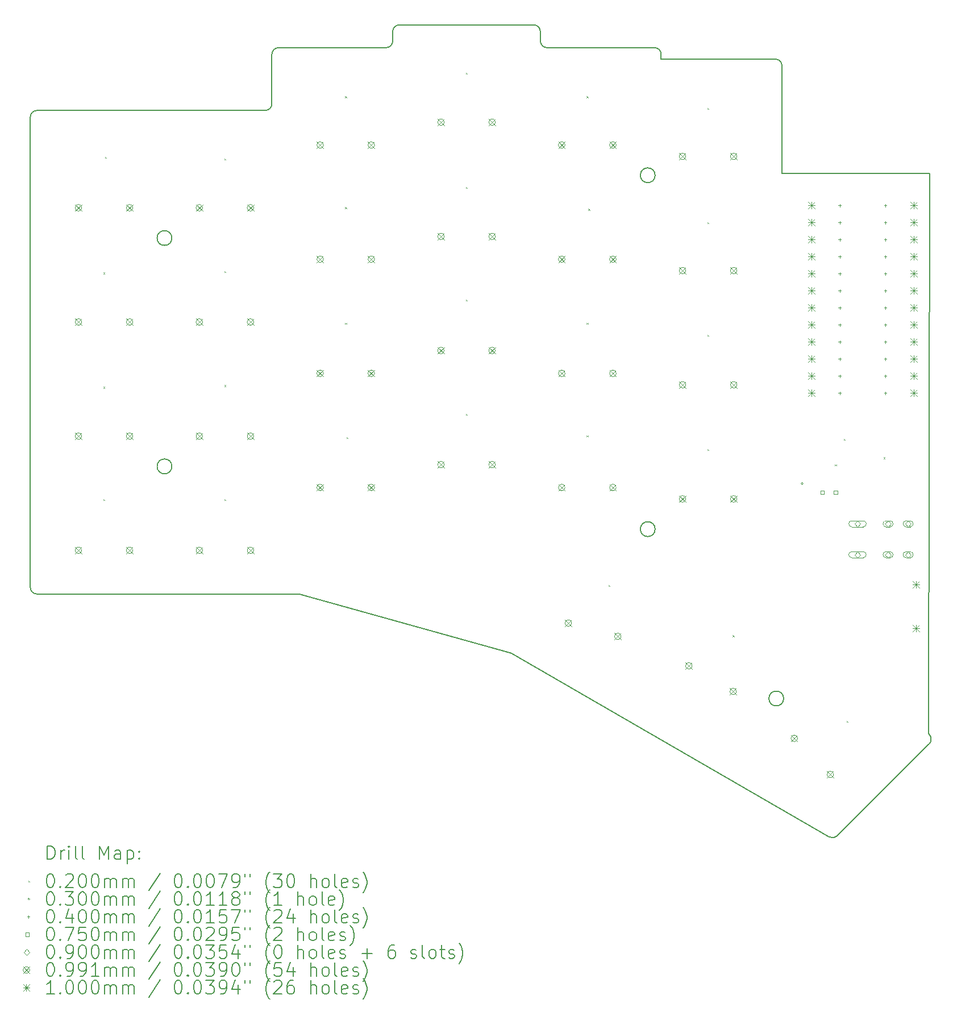
<source format=gbr>
%TF.GenerationSoftware,KiCad,Pcbnew,8.0.8+1*%
%TF.CreationDate,2025-03-13T20:36:31+00:00*%
%TF.ProjectId,board,626f6172-642e-46b6-9963-61645f706362,0.1*%
%TF.SameCoordinates,Original*%
%TF.FileFunction,Drillmap*%
%TF.FilePolarity,Positive*%
%FSLAX45Y45*%
G04 Gerber Fmt 4.5, Leading zero omitted, Abs format (unit mm)*
G04 Created by KiCad (PCBNEW 8.0.8+1) date 2025-03-13 20:36:31*
%MOMM*%
%LPD*%
G01*
G04 APERTURE LIST*
%ADD10C,0.150000*%
%ADD11C,0.200000*%
%ADD12C,0.100000*%
G04 APERTURE END LIST*
D10*
X11042814Y-16923022D02*
X7913134Y-16053648D01*
X11600000Y-7915000D02*
G75*
G02*
X11500000Y-7815000I0J100000D01*
G01*
X7500000Y-8750000D02*
X7500000Y-8015000D01*
X7500000Y-8015000D02*
G75*
G02*
X7600000Y-7915000I100000J0D01*
G01*
X7886369Y-16050000D02*
X4000000Y-16050000D01*
X11400000Y-7575000D02*
G75*
G02*
X11500000Y-7675000I0J-100000D01*
G01*
X17284557Y-18129562D02*
X17301791Y-18152003D01*
X15100000Y-8185000D02*
X15100000Y-9785000D01*
X7500000Y-8750000D02*
G75*
G02*
X7400000Y-8850000I-100000J0D01*
G01*
X7600000Y-7915000D02*
X9200000Y-7915000D01*
X15100000Y-9785000D02*
X17300000Y-9785000D01*
X11500000Y-7675000D02*
X11500000Y-7815000D01*
X15924563Y-19652251D02*
G75*
G02*
X15803850Y-19668146I-70713J70701D01*
G01*
X4000000Y-16050000D02*
G75*
G02*
X3900000Y-15950000I0J100000D01*
G01*
X15803852Y-19668143D02*
X11066050Y-16932771D01*
X9300000Y-7815000D02*
G75*
G02*
X9200000Y-7915000I-100000J0D01*
G01*
X13210000Y-15085000D02*
G75*
G02*
X12990000Y-15085000I-110000J0D01*
G01*
X12990000Y-15085000D02*
G75*
G02*
X13210000Y-15085000I110000J0D01*
G01*
X15000000Y-8085000D02*
G75*
G02*
X15100000Y-8185000I0J-100000D01*
G01*
X9300000Y-7815000D02*
X9300000Y-7675000D01*
X17293192Y-18283622D02*
X15924563Y-19652251D01*
X15124705Y-17606402D02*
G75*
G02*
X14904705Y-17606402I-110000J0D01*
G01*
X14904705Y-17606402D02*
G75*
G02*
X15124705Y-17606402I110000J0D01*
G01*
X4000000Y-8850000D02*
X7400000Y-8850000D01*
X13300000Y-8085000D02*
X15000000Y-8085000D01*
X11600000Y-7915000D02*
X13200000Y-7915000D01*
X13300000Y-8015000D02*
X13300000Y-8085000D01*
X17300000Y-9785000D02*
X17284557Y-18129562D01*
X7886369Y-16050000D02*
G75*
G02*
X7913134Y-16053649I1J-99980D01*
G01*
X13210000Y-9815000D02*
G75*
G02*
X12990000Y-9815000I-110000J0D01*
G01*
X12990000Y-9815000D02*
G75*
G02*
X13210000Y-9815000I110000J0D01*
G01*
X6010000Y-14150000D02*
G75*
G02*
X5790000Y-14150000I-110000J0D01*
G01*
X5790000Y-14150000D02*
G75*
G02*
X6010000Y-14150000I110000J0D01*
G01*
X9300000Y-7675000D02*
G75*
G02*
X9400000Y-7575000I100000J0D01*
G01*
X3900000Y-8950000D02*
G75*
G02*
X4000000Y-8850000I100000J0D01*
G01*
X17301791Y-18152003D02*
G75*
G02*
X17293190Y-18283621I-79311J-60907D01*
G01*
X3900000Y-15950000D02*
X3900000Y-8950000D01*
X11042814Y-16923022D02*
G75*
G02*
X11066049Y-16932772I-26774J-96368D01*
G01*
X6010000Y-10750000D02*
G75*
G02*
X5790000Y-10750000I-110000J0D01*
G01*
X5790000Y-10750000D02*
G75*
G02*
X6010000Y-10750000I110000J0D01*
G01*
X13200000Y-7915000D02*
G75*
G02*
X13300000Y-8015000I0J-100000D01*
G01*
X9400000Y-7575000D02*
X11400000Y-7575000D01*
D11*
D12*
X4990000Y-11265000D02*
X5010000Y-11285000D01*
X5010000Y-11265000D02*
X4990000Y-11285000D01*
X4990000Y-12965000D02*
X5010000Y-12985000D01*
X5010000Y-12965000D02*
X4990000Y-12985000D01*
X4990000Y-14640000D02*
X5010000Y-14660000D01*
X5010000Y-14640000D02*
X4990000Y-14660000D01*
X5015000Y-9540000D02*
X5035000Y-9560000D01*
X5035000Y-9540000D02*
X5015000Y-9560000D01*
X6790000Y-9565000D02*
X6810000Y-9585000D01*
X6810000Y-9565000D02*
X6790000Y-9585000D01*
X6790000Y-11240000D02*
X6810000Y-11260000D01*
X6810000Y-11240000D02*
X6790000Y-11260000D01*
X6790000Y-12940000D02*
X6810000Y-12960000D01*
X6810000Y-12940000D02*
X6790000Y-12960000D01*
X6790000Y-14640000D02*
X6810000Y-14660000D01*
X6810000Y-14640000D02*
X6790000Y-14660000D01*
X8590000Y-8640000D02*
X8610000Y-8660000D01*
X8610000Y-8640000D02*
X8590000Y-8660000D01*
X8590000Y-10290000D02*
X8610000Y-10310000D01*
X8610000Y-10290000D02*
X8590000Y-10310000D01*
X8590000Y-12015000D02*
X8610000Y-12035000D01*
X8610000Y-12015000D02*
X8590000Y-12035000D01*
X8615000Y-13715000D02*
X8635000Y-13735000D01*
X8635000Y-13715000D02*
X8615000Y-13735000D01*
X10390000Y-8290000D02*
X10410000Y-8310000D01*
X10410000Y-8290000D02*
X10390000Y-8310000D01*
X10390000Y-9990000D02*
X10410000Y-10010000D01*
X10410000Y-9990000D02*
X10390000Y-10010000D01*
X10390000Y-11665000D02*
X10410000Y-11685000D01*
X10410000Y-11665000D02*
X10390000Y-11685000D01*
X10390000Y-13365000D02*
X10410000Y-13385000D01*
X10410000Y-13365000D02*
X10390000Y-13385000D01*
X12190000Y-8640000D02*
X12210000Y-8660000D01*
X12210000Y-8640000D02*
X12190000Y-8660000D01*
X12190000Y-12015000D02*
X12210000Y-12035000D01*
X12210000Y-12015000D02*
X12190000Y-12035000D01*
X12190000Y-13690000D02*
X12210000Y-13710000D01*
X12210000Y-13690000D02*
X12190000Y-13710000D01*
X12215000Y-10315000D02*
X12235000Y-10335000D01*
X12235000Y-10315000D02*
X12215000Y-10335000D01*
X12515000Y-15915000D02*
X12535000Y-15935000D01*
X12535000Y-15915000D02*
X12515000Y-15935000D01*
X13990000Y-8815000D02*
X14010000Y-8835000D01*
X14010000Y-8815000D02*
X13990000Y-8835000D01*
X13990000Y-10515000D02*
X14010000Y-10535000D01*
X14010000Y-10515000D02*
X13990000Y-10535000D01*
X13990000Y-12190000D02*
X14010000Y-12210000D01*
X14010000Y-12190000D02*
X13990000Y-12210000D01*
X13990000Y-13890000D02*
X14010000Y-13910000D01*
X14010000Y-13890000D02*
X13990000Y-13910000D01*
X14365000Y-16665000D02*
X14385000Y-16685000D01*
X14385000Y-16665000D02*
X14365000Y-16685000D01*
X15890000Y-14120800D02*
X15910000Y-14140800D01*
X15910000Y-14120800D02*
X15890000Y-14140800D01*
X16023000Y-13738830D02*
X16043000Y-13758830D01*
X16043000Y-13738830D02*
X16023000Y-13758830D01*
X16065000Y-17940000D02*
X16085000Y-17960000D01*
X16085000Y-17940000D02*
X16065000Y-17960000D01*
X16615000Y-14015000D02*
X16635000Y-14035000D01*
X16635000Y-14015000D02*
X16615000Y-14035000D01*
X15414960Y-14406400D02*
G75*
G02*
X15384960Y-14406400I-15000J0D01*
G01*
X15384960Y-14406400D02*
G75*
G02*
X15414960Y-14406400I15000J0D01*
G01*
X15960000Y-10245000D02*
X15960000Y-10285000D01*
X15940000Y-10265000D02*
X15980000Y-10265000D01*
X15960000Y-10499000D02*
X15960000Y-10539000D01*
X15940000Y-10519000D02*
X15980000Y-10519000D01*
X15960000Y-10753000D02*
X15960000Y-10793000D01*
X15940000Y-10773000D02*
X15980000Y-10773000D01*
X15960000Y-11007000D02*
X15960000Y-11047000D01*
X15940000Y-11027000D02*
X15980000Y-11027000D01*
X15960000Y-11261000D02*
X15960000Y-11301000D01*
X15940000Y-11281000D02*
X15980000Y-11281000D01*
X15960000Y-11515000D02*
X15960000Y-11555000D01*
X15940000Y-11535000D02*
X15980000Y-11535000D01*
X15960000Y-11769000D02*
X15960000Y-11809000D01*
X15940000Y-11789000D02*
X15980000Y-11789000D01*
X15960000Y-12023000D02*
X15960000Y-12063000D01*
X15940000Y-12043000D02*
X15980000Y-12043000D01*
X15960000Y-12277000D02*
X15960000Y-12317000D01*
X15940000Y-12297000D02*
X15980000Y-12297000D01*
X15960000Y-12531000D02*
X15960000Y-12571000D01*
X15940000Y-12551000D02*
X15980000Y-12551000D01*
X15960000Y-12785000D02*
X15960000Y-12825000D01*
X15940000Y-12805000D02*
X15980000Y-12805000D01*
X15960000Y-13039000D02*
X15960000Y-13079000D01*
X15940000Y-13059000D02*
X15980000Y-13059000D01*
X16640000Y-10245000D02*
X16640000Y-10285000D01*
X16620000Y-10265000D02*
X16660000Y-10265000D01*
X16640000Y-10499000D02*
X16640000Y-10539000D01*
X16620000Y-10519000D02*
X16660000Y-10519000D01*
X16640000Y-10753000D02*
X16640000Y-10793000D01*
X16620000Y-10773000D02*
X16660000Y-10773000D01*
X16640000Y-11007000D02*
X16640000Y-11047000D01*
X16620000Y-11027000D02*
X16660000Y-11027000D01*
X16640000Y-11261000D02*
X16640000Y-11301000D01*
X16620000Y-11281000D02*
X16660000Y-11281000D01*
X16640000Y-11515000D02*
X16640000Y-11555000D01*
X16620000Y-11535000D02*
X16660000Y-11535000D01*
X16640000Y-11769000D02*
X16640000Y-11809000D01*
X16620000Y-11789000D02*
X16660000Y-11789000D01*
X16640000Y-12023000D02*
X16640000Y-12063000D01*
X16620000Y-12043000D02*
X16660000Y-12043000D01*
X16640000Y-12277000D02*
X16640000Y-12317000D01*
X16620000Y-12297000D02*
X16660000Y-12297000D01*
X16640000Y-12531000D02*
X16640000Y-12571000D01*
X16620000Y-12551000D02*
X16660000Y-12551000D01*
X16640000Y-12785000D02*
X16640000Y-12825000D01*
X16620000Y-12805000D02*
X16660000Y-12805000D01*
X16640000Y-13039000D02*
X16640000Y-13079000D01*
X16620000Y-13059000D02*
X16660000Y-13059000D01*
X15726517Y-14561517D02*
X15726517Y-14508483D01*
X15673483Y-14508483D01*
X15673483Y-14561517D01*
X15726517Y-14561517D01*
X15926517Y-14561517D02*
X15926517Y-14508483D01*
X15873483Y-14508483D01*
X15873483Y-14561517D01*
X15926517Y-14561517D01*
X16225000Y-15050000D02*
X16270000Y-15005000D01*
X16225000Y-14960000D01*
X16180000Y-15005000D01*
X16225000Y-15050000D01*
X16310000Y-14960000D02*
X16140000Y-14960000D01*
X16140000Y-15050000D02*
G75*
G02*
X16140000Y-14960000I0J45000D01*
G01*
X16140000Y-15050000D02*
X16310000Y-15050000D01*
X16310000Y-15050000D02*
G75*
G03*
X16310000Y-14960000I0J45000D01*
G01*
X16225000Y-15510000D02*
X16270000Y-15465000D01*
X16225000Y-15420000D01*
X16180000Y-15465000D01*
X16225000Y-15510000D01*
X16310000Y-15420000D02*
X16140000Y-15420000D01*
X16140000Y-15510000D02*
G75*
G02*
X16140000Y-15420000I0J45000D01*
G01*
X16140000Y-15510000D02*
X16310000Y-15510000D01*
X16310000Y-15510000D02*
G75*
G03*
X16310000Y-15420000I0J45000D01*
G01*
X16680000Y-15050000D02*
X16725000Y-15005000D01*
X16680000Y-14960000D01*
X16635000Y-15005000D01*
X16680000Y-15050000D01*
X16710000Y-14960000D02*
X16650000Y-14960000D01*
X16650000Y-15050000D02*
G75*
G02*
X16650000Y-14960000I0J45000D01*
G01*
X16650000Y-15050000D02*
X16710000Y-15050000D01*
X16710000Y-15050000D02*
G75*
G03*
X16710000Y-14960000I0J45000D01*
G01*
X16680000Y-15510000D02*
X16725000Y-15465000D01*
X16680000Y-15420000D01*
X16635000Y-15465000D01*
X16680000Y-15510000D01*
X16710000Y-15420000D02*
X16650000Y-15420000D01*
X16650000Y-15510000D02*
G75*
G02*
X16650000Y-15420000I0J45000D01*
G01*
X16650000Y-15510000D02*
X16710000Y-15510000D01*
X16710000Y-15510000D02*
G75*
G03*
X16710000Y-15420000I0J45000D01*
G01*
X16980000Y-15050000D02*
X17025000Y-15005000D01*
X16980000Y-14960000D01*
X16935000Y-15005000D01*
X16980000Y-15050000D01*
X17010000Y-14960000D02*
X16950000Y-14960000D01*
X16950000Y-15050000D02*
G75*
G02*
X16950000Y-14960000I0J45000D01*
G01*
X16950000Y-15050000D02*
X17010000Y-15050000D01*
X17010000Y-15050000D02*
G75*
G03*
X17010000Y-14960000I0J45000D01*
G01*
X16980000Y-15510000D02*
X17025000Y-15465000D01*
X16980000Y-15420000D01*
X16935000Y-15465000D01*
X16980000Y-15510000D01*
X17010000Y-15420000D02*
X16950000Y-15420000D01*
X16950000Y-15510000D02*
G75*
G02*
X16950000Y-15420000I0J45000D01*
G01*
X16950000Y-15510000D02*
X17010000Y-15510000D01*
X17010000Y-15510000D02*
G75*
G03*
X17010000Y-15420000I0J45000D01*
G01*
X4569470Y-10250470D02*
X4668530Y-10349530D01*
X4668530Y-10250470D02*
X4569470Y-10349530D01*
X4668530Y-10300000D02*
G75*
G02*
X4569470Y-10300000I-49530J0D01*
G01*
X4569470Y-10300000D02*
G75*
G02*
X4668530Y-10300000I49530J0D01*
G01*
X4569470Y-11950470D02*
X4668530Y-12049530D01*
X4668530Y-11950470D02*
X4569470Y-12049530D01*
X4668530Y-12000000D02*
G75*
G02*
X4569470Y-12000000I-49530J0D01*
G01*
X4569470Y-12000000D02*
G75*
G02*
X4668530Y-12000000I49530J0D01*
G01*
X4569470Y-13650470D02*
X4668530Y-13749530D01*
X4668530Y-13650470D02*
X4569470Y-13749530D01*
X4668530Y-13700000D02*
G75*
G02*
X4569470Y-13700000I-49530J0D01*
G01*
X4569470Y-13700000D02*
G75*
G02*
X4668530Y-13700000I49530J0D01*
G01*
X4569470Y-15350470D02*
X4668530Y-15449530D01*
X4668530Y-15350470D02*
X4569470Y-15449530D01*
X4668530Y-15400000D02*
G75*
G02*
X4569470Y-15400000I-49530J0D01*
G01*
X4569470Y-15400000D02*
G75*
G02*
X4668530Y-15400000I49530J0D01*
G01*
X5331470Y-10250470D02*
X5430530Y-10349530D01*
X5430530Y-10250470D02*
X5331470Y-10349530D01*
X5430530Y-10300000D02*
G75*
G02*
X5331470Y-10300000I-49530J0D01*
G01*
X5331470Y-10300000D02*
G75*
G02*
X5430530Y-10300000I49530J0D01*
G01*
X5331470Y-11950470D02*
X5430530Y-12049530D01*
X5430530Y-11950470D02*
X5331470Y-12049530D01*
X5430530Y-12000000D02*
G75*
G02*
X5331470Y-12000000I-49530J0D01*
G01*
X5331470Y-12000000D02*
G75*
G02*
X5430530Y-12000000I49530J0D01*
G01*
X5331470Y-13650470D02*
X5430530Y-13749530D01*
X5430530Y-13650470D02*
X5331470Y-13749530D01*
X5430530Y-13700000D02*
G75*
G02*
X5331470Y-13700000I-49530J0D01*
G01*
X5331470Y-13700000D02*
G75*
G02*
X5430530Y-13700000I49530J0D01*
G01*
X5331470Y-15350470D02*
X5430530Y-15449530D01*
X5430530Y-15350470D02*
X5331470Y-15449530D01*
X5430530Y-15400000D02*
G75*
G02*
X5331470Y-15400000I-49530J0D01*
G01*
X5331470Y-15400000D02*
G75*
G02*
X5430530Y-15400000I49530J0D01*
G01*
X6369470Y-10250470D02*
X6468530Y-10349530D01*
X6468530Y-10250470D02*
X6369470Y-10349530D01*
X6468530Y-10300000D02*
G75*
G02*
X6369470Y-10300000I-49530J0D01*
G01*
X6369470Y-10300000D02*
G75*
G02*
X6468530Y-10300000I49530J0D01*
G01*
X6369470Y-11950470D02*
X6468530Y-12049530D01*
X6468530Y-11950470D02*
X6369470Y-12049530D01*
X6468530Y-12000000D02*
G75*
G02*
X6369470Y-12000000I-49530J0D01*
G01*
X6369470Y-12000000D02*
G75*
G02*
X6468530Y-12000000I49530J0D01*
G01*
X6369470Y-13650470D02*
X6468530Y-13749530D01*
X6468530Y-13650470D02*
X6369470Y-13749530D01*
X6468530Y-13700000D02*
G75*
G02*
X6369470Y-13700000I-49530J0D01*
G01*
X6369470Y-13700000D02*
G75*
G02*
X6468530Y-13700000I49530J0D01*
G01*
X6369470Y-15350470D02*
X6468530Y-15449530D01*
X6468530Y-15350470D02*
X6369470Y-15449530D01*
X6468530Y-15400000D02*
G75*
G02*
X6369470Y-15400000I-49530J0D01*
G01*
X6369470Y-15400000D02*
G75*
G02*
X6468530Y-15400000I49530J0D01*
G01*
X7131470Y-10250470D02*
X7230530Y-10349530D01*
X7230530Y-10250470D02*
X7131470Y-10349530D01*
X7230530Y-10300000D02*
G75*
G02*
X7131470Y-10300000I-49530J0D01*
G01*
X7131470Y-10300000D02*
G75*
G02*
X7230530Y-10300000I49530J0D01*
G01*
X7131470Y-11950470D02*
X7230530Y-12049530D01*
X7230530Y-11950470D02*
X7131470Y-12049530D01*
X7230530Y-12000000D02*
G75*
G02*
X7131470Y-12000000I-49530J0D01*
G01*
X7131470Y-12000000D02*
G75*
G02*
X7230530Y-12000000I49530J0D01*
G01*
X7131470Y-13650470D02*
X7230530Y-13749530D01*
X7230530Y-13650470D02*
X7131470Y-13749530D01*
X7230530Y-13700000D02*
G75*
G02*
X7131470Y-13700000I-49530J0D01*
G01*
X7131470Y-13700000D02*
G75*
G02*
X7230530Y-13700000I49530J0D01*
G01*
X7131470Y-15350470D02*
X7230530Y-15449530D01*
X7230530Y-15350470D02*
X7131470Y-15449530D01*
X7230530Y-15400000D02*
G75*
G02*
X7131470Y-15400000I-49530J0D01*
G01*
X7131470Y-15400000D02*
G75*
G02*
X7230530Y-15400000I49530J0D01*
G01*
X8169470Y-9315470D02*
X8268530Y-9414530D01*
X8268530Y-9315470D02*
X8169470Y-9414530D01*
X8268530Y-9365000D02*
G75*
G02*
X8169470Y-9365000I-49530J0D01*
G01*
X8169470Y-9365000D02*
G75*
G02*
X8268530Y-9365000I49530J0D01*
G01*
X8169470Y-11015470D02*
X8268530Y-11114530D01*
X8268530Y-11015470D02*
X8169470Y-11114530D01*
X8268530Y-11065000D02*
G75*
G02*
X8169470Y-11065000I-49530J0D01*
G01*
X8169470Y-11065000D02*
G75*
G02*
X8268530Y-11065000I49530J0D01*
G01*
X8169470Y-12715470D02*
X8268530Y-12814530D01*
X8268530Y-12715470D02*
X8169470Y-12814530D01*
X8268530Y-12765000D02*
G75*
G02*
X8169470Y-12765000I-49530J0D01*
G01*
X8169470Y-12765000D02*
G75*
G02*
X8268530Y-12765000I49530J0D01*
G01*
X8169470Y-14415470D02*
X8268530Y-14514530D01*
X8268530Y-14415470D02*
X8169470Y-14514530D01*
X8268530Y-14465000D02*
G75*
G02*
X8169470Y-14465000I-49530J0D01*
G01*
X8169470Y-14465000D02*
G75*
G02*
X8268530Y-14465000I49530J0D01*
G01*
X8931470Y-9315470D02*
X9030530Y-9414530D01*
X9030530Y-9315470D02*
X8931470Y-9414530D01*
X9030530Y-9365000D02*
G75*
G02*
X8931470Y-9365000I-49530J0D01*
G01*
X8931470Y-9365000D02*
G75*
G02*
X9030530Y-9365000I49530J0D01*
G01*
X8931470Y-11015470D02*
X9030530Y-11114530D01*
X9030530Y-11015470D02*
X8931470Y-11114530D01*
X9030530Y-11065000D02*
G75*
G02*
X8931470Y-11065000I-49530J0D01*
G01*
X8931470Y-11065000D02*
G75*
G02*
X9030530Y-11065000I49530J0D01*
G01*
X8931470Y-12715470D02*
X9030530Y-12814530D01*
X9030530Y-12715470D02*
X8931470Y-12814530D01*
X9030530Y-12765000D02*
G75*
G02*
X8931470Y-12765000I-49530J0D01*
G01*
X8931470Y-12765000D02*
G75*
G02*
X9030530Y-12765000I49530J0D01*
G01*
X8931470Y-14415470D02*
X9030530Y-14514530D01*
X9030530Y-14415470D02*
X8931470Y-14514530D01*
X9030530Y-14465000D02*
G75*
G02*
X8931470Y-14465000I-49530J0D01*
G01*
X8931470Y-14465000D02*
G75*
G02*
X9030530Y-14465000I49530J0D01*
G01*
X9969470Y-8975470D02*
X10068530Y-9074530D01*
X10068530Y-8975470D02*
X9969470Y-9074530D01*
X10068530Y-9025000D02*
G75*
G02*
X9969470Y-9025000I-49530J0D01*
G01*
X9969470Y-9025000D02*
G75*
G02*
X10068530Y-9025000I49530J0D01*
G01*
X9969470Y-10675470D02*
X10068530Y-10774530D01*
X10068530Y-10675470D02*
X9969470Y-10774530D01*
X10068530Y-10725000D02*
G75*
G02*
X9969470Y-10725000I-49530J0D01*
G01*
X9969470Y-10725000D02*
G75*
G02*
X10068530Y-10725000I49530J0D01*
G01*
X9969470Y-12375470D02*
X10068530Y-12474530D01*
X10068530Y-12375470D02*
X9969470Y-12474530D01*
X10068530Y-12425000D02*
G75*
G02*
X9969470Y-12425000I-49530J0D01*
G01*
X9969470Y-12425000D02*
G75*
G02*
X10068530Y-12425000I49530J0D01*
G01*
X9969470Y-14075470D02*
X10068530Y-14174530D01*
X10068530Y-14075470D02*
X9969470Y-14174530D01*
X10068530Y-14125000D02*
G75*
G02*
X9969470Y-14125000I-49530J0D01*
G01*
X9969470Y-14125000D02*
G75*
G02*
X10068530Y-14125000I49530J0D01*
G01*
X10731470Y-8975470D02*
X10830530Y-9074530D01*
X10830530Y-8975470D02*
X10731470Y-9074530D01*
X10830530Y-9025000D02*
G75*
G02*
X10731470Y-9025000I-49530J0D01*
G01*
X10731470Y-9025000D02*
G75*
G02*
X10830530Y-9025000I49530J0D01*
G01*
X10731470Y-10675470D02*
X10830530Y-10774530D01*
X10830530Y-10675470D02*
X10731470Y-10774530D01*
X10830530Y-10725000D02*
G75*
G02*
X10731470Y-10725000I-49530J0D01*
G01*
X10731470Y-10725000D02*
G75*
G02*
X10830530Y-10725000I49530J0D01*
G01*
X10731470Y-12375470D02*
X10830530Y-12474530D01*
X10830530Y-12375470D02*
X10731470Y-12474530D01*
X10830530Y-12425000D02*
G75*
G02*
X10731470Y-12425000I-49530J0D01*
G01*
X10731470Y-12425000D02*
G75*
G02*
X10830530Y-12425000I49530J0D01*
G01*
X10731470Y-14075470D02*
X10830530Y-14174530D01*
X10830530Y-14075470D02*
X10731470Y-14174530D01*
X10830530Y-14125000D02*
G75*
G02*
X10731470Y-14125000I-49530J0D01*
G01*
X10731470Y-14125000D02*
G75*
G02*
X10830530Y-14125000I49530J0D01*
G01*
X11769470Y-9315470D02*
X11868530Y-9414530D01*
X11868530Y-9315470D02*
X11769470Y-9414530D01*
X11868530Y-9365000D02*
G75*
G02*
X11769470Y-9365000I-49530J0D01*
G01*
X11769470Y-9365000D02*
G75*
G02*
X11868530Y-9365000I49530J0D01*
G01*
X11769470Y-11015470D02*
X11868530Y-11114530D01*
X11868530Y-11015470D02*
X11769470Y-11114530D01*
X11868530Y-11065000D02*
G75*
G02*
X11769470Y-11065000I-49530J0D01*
G01*
X11769470Y-11065000D02*
G75*
G02*
X11868530Y-11065000I49530J0D01*
G01*
X11769470Y-12715470D02*
X11868530Y-12814530D01*
X11868530Y-12715470D02*
X11769470Y-12814530D01*
X11868530Y-12765000D02*
G75*
G02*
X11769470Y-12765000I-49530J0D01*
G01*
X11769470Y-12765000D02*
G75*
G02*
X11868530Y-12765000I49530J0D01*
G01*
X11769470Y-14415470D02*
X11868530Y-14514530D01*
X11868530Y-14415470D02*
X11769470Y-14514530D01*
X11868530Y-14465000D02*
G75*
G02*
X11769470Y-14465000I-49530J0D01*
G01*
X11769470Y-14465000D02*
G75*
G02*
X11868530Y-14465000I49530J0D01*
G01*
X11868252Y-16435130D02*
X11967312Y-16534190D01*
X11967312Y-16435130D02*
X11868252Y-16534190D01*
X11967312Y-16484660D02*
G75*
G02*
X11868252Y-16484660I-49530J0D01*
G01*
X11868252Y-16484660D02*
G75*
G02*
X11967312Y-16484660I49530J0D01*
G01*
X12531470Y-9315470D02*
X12630530Y-9414530D01*
X12630530Y-9315470D02*
X12531470Y-9414530D01*
X12630530Y-9365000D02*
G75*
G02*
X12531470Y-9365000I-49530J0D01*
G01*
X12531470Y-9365000D02*
G75*
G02*
X12630530Y-9365000I49530J0D01*
G01*
X12531470Y-11015470D02*
X12630530Y-11114530D01*
X12630530Y-11015470D02*
X12531470Y-11114530D01*
X12630530Y-11065000D02*
G75*
G02*
X12531470Y-11065000I-49530J0D01*
G01*
X12531470Y-11065000D02*
G75*
G02*
X12630530Y-11065000I49530J0D01*
G01*
X12531470Y-12715470D02*
X12630530Y-12814530D01*
X12630530Y-12715470D02*
X12531470Y-12814530D01*
X12630530Y-12765000D02*
G75*
G02*
X12531470Y-12765000I-49530J0D01*
G01*
X12531470Y-12765000D02*
G75*
G02*
X12630530Y-12765000I49530J0D01*
G01*
X12531470Y-14415470D02*
X12630530Y-14514530D01*
X12630530Y-14415470D02*
X12531470Y-14514530D01*
X12630530Y-14465000D02*
G75*
G02*
X12531470Y-14465000I-49530J0D01*
G01*
X12531470Y-14465000D02*
G75*
G02*
X12630530Y-14465000I49530J0D01*
G01*
X12604288Y-16632350D02*
X12703348Y-16731410D01*
X12703348Y-16632350D02*
X12604288Y-16731410D01*
X12703348Y-16681880D02*
G75*
G02*
X12604288Y-16681880I-49530J0D01*
G01*
X12604288Y-16681880D02*
G75*
G02*
X12703348Y-16681880I49530J0D01*
G01*
X13569470Y-9485470D02*
X13668530Y-9584530D01*
X13668530Y-9485470D02*
X13569470Y-9584530D01*
X13668530Y-9535000D02*
G75*
G02*
X13569470Y-9535000I-49530J0D01*
G01*
X13569470Y-9535000D02*
G75*
G02*
X13668530Y-9535000I49530J0D01*
G01*
X13569470Y-11185470D02*
X13668530Y-11284530D01*
X13668530Y-11185470D02*
X13569470Y-11284530D01*
X13668530Y-11235000D02*
G75*
G02*
X13569470Y-11235000I-49530J0D01*
G01*
X13569470Y-11235000D02*
G75*
G02*
X13668530Y-11235000I49530J0D01*
G01*
X13569470Y-12885470D02*
X13668530Y-12984530D01*
X13668530Y-12885470D02*
X13569470Y-12984530D01*
X13668530Y-12935000D02*
G75*
G02*
X13569470Y-12935000I-49530J0D01*
G01*
X13569470Y-12935000D02*
G75*
G02*
X13668530Y-12935000I49530J0D01*
G01*
X13569470Y-14585470D02*
X13668530Y-14684530D01*
X13668530Y-14585470D02*
X13569470Y-14684530D01*
X13668530Y-14635000D02*
G75*
G02*
X13569470Y-14635000I-49530J0D01*
G01*
X13569470Y-14635000D02*
G75*
G02*
X13668530Y-14635000I49530J0D01*
G01*
X13663604Y-17071130D02*
X13762664Y-17170190D01*
X13762664Y-17071130D02*
X13663604Y-17170190D01*
X13762664Y-17120660D02*
G75*
G02*
X13663604Y-17120660I-49530J0D01*
G01*
X13663604Y-17120660D02*
G75*
G02*
X13762664Y-17120660I49530J0D01*
G01*
X14323516Y-17452130D02*
X14422576Y-17551190D01*
X14422576Y-17452130D02*
X14323516Y-17551190D01*
X14422576Y-17501660D02*
G75*
G02*
X14323516Y-17501660I-49530J0D01*
G01*
X14323516Y-17501660D02*
G75*
G02*
X14422576Y-17501660I49530J0D01*
G01*
X14331470Y-9485470D02*
X14430530Y-9584530D01*
X14430530Y-9485470D02*
X14331470Y-9584530D01*
X14430530Y-9535000D02*
G75*
G02*
X14331470Y-9535000I-49530J0D01*
G01*
X14331470Y-9535000D02*
G75*
G02*
X14430530Y-9535000I49530J0D01*
G01*
X14331470Y-11185470D02*
X14430530Y-11284530D01*
X14430530Y-11185470D02*
X14331470Y-11284530D01*
X14430530Y-11235000D02*
G75*
G02*
X14331470Y-11235000I-49530J0D01*
G01*
X14331470Y-11235000D02*
G75*
G02*
X14430530Y-11235000I49530J0D01*
G01*
X14331470Y-12885470D02*
X14430530Y-12984530D01*
X14430530Y-12885470D02*
X14331470Y-12984530D01*
X14430530Y-12935000D02*
G75*
G02*
X14331470Y-12935000I-49530J0D01*
G01*
X14331470Y-12935000D02*
G75*
G02*
X14430530Y-12935000I49530J0D01*
G01*
X14331470Y-14585470D02*
X14430530Y-14684530D01*
X14430530Y-14585470D02*
X14331470Y-14684530D01*
X14430530Y-14635000D02*
G75*
G02*
X14331470Y-14635000I-49530J0D01*
G01*
X14331470Y-14635000D02*
G75*
G02*
X14430530Y-14635000I49530J0D01*
G01*
X15233172Y-18150132D02*
X15332232Y-18249192D01*
X15332232Y-18150132D02*
X15233172Y-18249192D01*
X15332232Y-18199662D02*
G75*
G02*
X15233172Y-18199662I-49530J0D01*
G01*
X15233172Y-18199662D02*
G75*
G02*
X15332232Y-18199662I49530J0D01*
G01*
X15771988Y-18688948D02*
X15871048Y-18788008D01*
X15871048Y-18688948D02*
X15771988Y-18788008D01*
X15871048Y-18738478D02*
G75*
G02*
X15771988Y-18738478I-49530J0D01*
G01*
X15771988Y-18738478D02*
G75*
G02*
X15871048Y-18738478I49530J0D01*
G01*
X15488000Y-10215000D02*
X15588000Y-10315000D01*
X15588000Y-10215000D02*
X15488000Y-10315000D01*
X15538000Y-10215000D02*
X15538000Y-10315000D01*
X15488000Y-10265000D02*
X15588000Y-10265000D01*
X15488000Y-10469000D02*
X15588000Y-10569000D01*
X15588000Y-10469000D02*
X15488000Y-10569000D01*
X15538000Y-10469000D02*
X15538000Y-10569000D01*
X15488000Y-10519000D02*
X15588000Y-10519000D01*
X15488000Y-10723000D02*
X15588000Y-10823000D01*
X15588000Y-10723000D02*
X15488000Y-10823000D01*
X15538000Y-10723000D02*
X15538000Y-10823000D01*
X15488000Y-10773000D02*
X15588000Y-10773000D01*
X15488000Y-10977000D02*
X15588000Y-11077000D01*
X15588000Y-10977000D02*
X15488000Y-11077000D01*
X15538000Y-10977000D02*
X15538000Y-11077000D01*
X15488000Y-11027000D02*
X15588000Y-11027000D01*
X15488000Y-11231000D02*
X15588000Y-11331000D01*
X15588000Y-11231000D02*
X15488000Y-11331000D01*
X15538000Y-11231000D02*
X15538000Y-11331000D01*
X15488000Y-11281000D02*
X15588000Y-11281000D01*
X15488000Y-11485000D02*
X15588000Y-11585000D01*
X15588000Y-11485000D02*
X15488000Y-11585000D01*
X15538000Y-11485000D02*
X15538000Y-11585000D01*
X15488000Y-11535000D02*
X15588000Y-11535000D01*
X15488000Y-11739000D02*
X15588000Y-11839000D01*
X15588000Y-11739000D02*
X15488000Y-11839000D01*
X15538000Y-11739000D02*
X15538000Y-11839000D01*
X15488000Y-11789000D02*
X15588000Y-11789000D01*
X15488000Y-11993000D02*
X15588000Y-12093000D01*
X15588000Y-11993000D02*
X15488000Y-12093000D01*
X15538000Y-11993000D02*
X15538000Y-12093000D01*
X15488000Y-12043000D02*
X15588000Y-12043000D01*
X15488000Y-12247000D02*
X15588000Y-12347000D01*
X15588000Y-12247000D02*
X15488000Y-12347000D01*
X15538000Y-12247000D02*
X15538000Y-12347000D01*
X15488000Y-12297000D02*
X15588000Y-12297000D01*
X15488000Y-12501000D02*
X15588000Y-12601000D01*
X15588000Y-12501000D02*
X15488000Y-12601000D01*
X15538000Y-12501000D02*
X15538000Y-12601000D01*
X15488000Y-12551000D02*
X15588000Y-12551000D01*
X15488000Y-12755000D02*
X15588000Y-12855000D01*
X15588000Y-12755000D02*
X15488000Y-12855000D01*
X15538000Y-12755000D02*
X15538000Y-12855000D01*
X15488000Y-12805000D02*
X15588000Y-12805000D01*
X15488000Y-13009000D02*
X15588000Y-13109000D01*
X15588000Y-13009000D02*
X15488000Y-13109000D01*
X15538000Y-13009000D02*
X15538000Y-13109000D01*
X15488000Y-13059000D02*
X15588000Y-13059000D01*
X17012000Y-10215000D02*
X17112000Y-10315000D01*
X17112000Y-10215000D02*
X17012000Y-10315000D01*
X17062000Y-10215000D02*
X17062000Y-10315000D01*
X17012000Y-10265000D02*
X17112000Y-10265000D01*
X17012000Y-10469000D02*
X17112000Y-10569000D01*
X17112000Y-10469000D02*
X17012000Y-10569000D01*
X17062000Y-10469000D02*
X17062000Y-10569000D01*
X17012000Y-10519000D02*
X17112000Y-10519000D01*
X17012000Y-10723000D02*
X17112000Y-10823000D01*
X17112000Y-10723000D02*
X17012000Y-10823000D01*
X17062000Y-10723000D02*
X17062000Y-10823000D01*
X17012000Y-10773000D02*
X17112000Y-10773000D01*
X17012000Y-10977000D02*
X17112000Y-11077000D01*
X17112000Y-10977000D02*
X17012000Y-11077000D01*
X17062000Y-10977000D02*
X17062000Y-11077000D01*
X17012000Y-11027000D02*
X17112000Y-11027000D01*
X17012000Y-11231000D02*
X17112000Y-11331000D01*
X17112000Y-11231000D02*
X17012000Y-11331000D01*
X17062000Y-11231000D02*
X17062000Y-11331000D01*
X17012000Y-11281000D02*
X17112000Y-11281000D01*
X17012000Y-11485000D02*
X17112000Y-11585000D01*
X17112000Y-11485000D02*
X17012000Y-11585000D01*
X17062000Y-11485000D02*
X17062000Y-11585000D01*
X17012000Y-11535000D02*
X17112000Y-11535000D01*
X17012000Y-11739000D02*
X17112000Y-11839000D01*
X17112000Y-11739000D02*
X17012000Y-11839000D01*
X17062000Y-11739000D02*
X17062000Y-11839000D01*
X17012000Y-11789000D02*
X17112000Y-11789000D01*
X17012000Y-11993000D02*
X17112000Y-12093000D01*
X17112000Y-11993000D02*
X17012000Y-12093000D01*
X17062000Y-11993000D02*
X17062000Y-12093000D01*
X17012000Y-12043000D02*
X17112000Y-12043000D01*
X17012000Y-12247000D02*
X17112000Y-12347000D01*
X17112000Y-12247000D02*
X17012000Y-12347000D01*
X17062000Y-12247000D02*
X17062000Y-12347000D01*
X17012000Y-12297000D02*
X17112000Y-12297000D01*
X17012000Y-12501000D02*
X17112000Y-12601000D01*
X17112000Y-12501000D02*
X17012000Y-12601000D01*
X17062000Y-12501000D02*
X17062000Y-12601000D01*
X17012000Y-12551000D02*
X17112000Y-12551000D01*
X17012000Y-12755000D02*
X17112000Y-12855000D01*
X17112000Y-12755000D02*
X17012000Y-12855000D01*
X17062000Y-12755000D02*
X17062000Y-12855000D01*
X17012000Y-12805000D02*
X17112000Y-12805000D01*
X17012000Y-13009000D02*
X17112000Y-13109000D01*
X17112000Y-13009000D02*
X17012000Y-13109000D01*
X17062000Y-13009000D02*
X17062000Y-13109000D01*
X17012000Y-13059000D02*
X17112000Y-13059000D01*
X17050000Y-15860000D02*
X17150000Y-15960000D01*
X17150000Y-15860000D02*
X17050000Y-15960000D01*
X17100000Y-15860000D02*
X17100000Y-15960000D01*
X17050000Y-15910000D02*
X17150000Y-15910000D01*
X17050000Y-16510000D02*
X17150000Y-16610000D01*
X17150000Y-16510000D02*
X17050000Y-16610000D01*
X17100000Y-16510000D02*
X17100000Y-16610000D01*
X17050000Y-16560000D02*
X17150000Y-16560000D01*
D11*
X4153277Y-20000528D02*
X4153277Y-19800528D01*
X4153277Y-19800528D02*
X4200896Y-19800528D01*
X4200896Y-19800528D02*
X4229467Y-19810052D01*
X4229467Y-19810052D02*
X4248515Y-19829100D01*
X4248515Y-19829100D02*
X4258039Y-19848147D01*
X4258039Y-19848147D02*
X4267563Y-19886243D01*
X4267563Y-19886243D02*
X4267563Y-19914814D01*
X4267563Y-19914814D02*
X4258039Y-19952909D01*
X4258039Y-19952909D02*
X4248515Y-19971957D01*
X4248515Y-19971957D02*
X4229467Y-19991005D01*
X4229467Y-19991005D02*
X4200896Y-20000528D01*
X4200896Y-20000528D02*
X4153277Y-20000528D01*
X4353277Y-20000528D02*
X4353277Y-19867195D01*
X4353277Y-19905290D02*
X4362801Y-19886243D01*
X4362801Y-19886243D02*
X4372324Y-19876719D01*
X4372324Y-19876719D02*
X4391372Y-19867195D01*
X4391372Y-19867195D02*
X4410420Y-19867195D01*
X4477086Y-20000528D02*
X4477086Y-19867195D01*
X4477086Y-19800528D02*
X4467563Y-19810052D01*
X4467563Y-19810052D02*
X4477086Y-19819576D01*
X4477086Y-19819576D02*
X4486610Y-19810052D01*
X4486610Y-19810052D02*
X4477086Y-19800528D01*
X4477086Y-19800528D02*
X4477086Y-19819576D01*
X4600896Y-20000528D02*
X4581848Y-19991005D01*
X4581848Y-19991005D02*
X4572324Y-19971957D01*
X4572324Y-19971957D02*
X4572324Y-19800528D01*
X4705658Y-20000528D02*
X4686610Y-19991005D01*
X4686610Y-19991005D02*
X4677086Y-19971957D01*
X4677086Y-19971957D02*
X4677086Y-19800528D01*
X4934229Y-20000528D02*
X4934229Y-19800528D01*
X4934229Y-19800528D02*
X5000896Y-19943385D01*
X5000896Y-19943385D02*
X5067563Y-19800528D01*
X5067563Y-19800528D02*
X5067563Y-20000528D01*
X5248515Y-20000528D02*
X5248515Y-19895766D01*
X5248515Y-19895766D02*
X5238991Y-19876719D01*
X5238991Y-19876719D02*
X5219944Y-19867195D01*
X5219944Y-19867195D02*
X5181848Y-19867195D01*
X5181848Y-19867195D02*
X5162801Y-19876719D01*
X5248515Y-19991005D02*
X5229467Y-20000528D01*
X5229467Y-20000528D02*
X5181848Y-20000528D01*
X5181848Y-20000528D02*
X5162801Y-19991005D01*
X5162801Y-19991005D02*
X5153277Y-19971957D01*
X5153277Y-19971957D02*
X5153277Y-19952909D01*
X5153277Y-19952909D02*
X5162801Y-19933862D01*
X5162801Y-19933862D02*
X5181848Y-19924338D01*
X5181848Y-19924338D02*
X5229467Y-19924338D01*
X5229467Y-19924338D02*
X5248515Y-19914814D01*
X5343753Y-19867195D02*
X5343753Y-20067195D01*
X5343753Y-19876719D02*
X5362801Y-19867195D01*
X5362801Y-19867195D02*
X5400896Y-19867195D01*
X5400896Y-19867195D02*
X5419944Y-19876719D01*
X5419944Y-19876719D02*
X5429467Y-19886243D01*
X5429467Y-19886243D02*
X5438991Y-19905290D01*
X5438991Y-19905290D02*
X5438991Y-19962433D01*
X5438991Y-19962433D02*
X5429467Y-19981481D01*
X5429467Y-19981481D02*
X5419944Y-19991005D01*
X5419944Y-19991005D02*
X5400896Y-20000528D01*
X5400896Y-20000528D02*
X5362801Y-20000528D01*
X5362801Y-20000528D02*
X5343753Y-19991005D01*
X5524705Y-19981481D02*
X5534229Y-19991005D01*
X5534229Y-19991005D02*
X5524705Y-20000528D01*
X5524705Y-20000528D02*
X5515182Y-19991005D01*
X5515182Y-19991005D02*
X5524705Y-19981481D01*
X5524705Y-19981481D02*
X5524705Y-20000528D01*
X5524705Y-19876719D02*
X5534229Y-19886243D01*
X5534229Y-19886243D02*
X5524705Y-19895766D01*
X5524705Y-19895766D02*
X5515182Y-19886243D01*
X5515182Y-19886243D02*
X5524705Y-19876719D01*
X5524705Y-19876719D02*
X5524705Y-19895766D01*
D12*
X3872500Y-20319045D02*
X3892500Y-20339045D01*
X3892500Y-20319045D02*
X3872500Y-20339045D01*
D11*
X4191372Y-20220528D02*
X4210420Y-20220528D01*
X4210420Y-20220528D02*
X4229467Y-20230052D01*
X4229467Y-20230052D02*
X4238991Y-20239576D01*
X4238991Y-20239576D02*
X4248515Y-20258624D01*
X4248515Y-20258624D02*
X4258039Y-20296719D01*
X4258039Y-20296719D02*
X4258039Y-20344338D01*
X4258039Y-20344338D02*
X4248515Y-20382433D01*
X4248515Y-20382433D02*
X4238991Y-20401481D01*
X4238991Y-20401481D02*
X4229467Y-20411005D01*
X4229467Y-20411005D02*
X4210420Y-20420528D01*
X4210420Y-20420528D02*
X4191372Y-20420528D01*
X4191372Y-20420528D02*
X4172324Y-20411005D01*
X4172324Y-20411005D02*
X4162801Y-20401481D01*
X4162801Y-20401481D02*
X4153277Y-20382433D01*
X4153277Y-20382433D02*
X4143753Y-20344338D01*
X4143753Y-20344338D02*
X4143753Y-20296719D01*
X4143753Y-20296719D02*
X4153277Y-20258624D01*
X4153277Y-20258624D02*
X4162801Y-20239576D01*
X4162801Y-20239576D02*
X4172324Y-20230052D01*
X4172324Y-20230052D02*
X4191372Y-20220528D01*
X4343753Y-20401481D02*
X4353277Y-20411005D01*
X4353277Y-20411005D02*
X4343753Y-20420528D01*
X4343753Y-20420528D02*
X4334229Y-20411005D01*
X4334229Y-20411005D02*
X4343753Y-20401481D01*
X4343753Y-20401481D02*
X4343753Y-20420528D01*
X4429467Y-20239576D02*
X4438991Y-20230052D01*
X4438991Y-20230052D02*
X4458039Y-20220528D01*
X4458039Y-20220528D02*
X4505658Y-20220528D01*
X4505658Y-20220528D02*
X4524705Y-20230052D01*
X4524705Y-20230052D02*
X4534229Y-20239576D01*
X4534229Y-20239576D02*
X4543753Y-20258624D01*
X4543753Y-20258624D02*
X4543753Y-20277671D01*
X4543753Y-20277671D02*
X4534229Y-20306243D01*
X4534229Y-20306243D02*
X4419944Y-20420528D01*
X4419944Y-20420528D02*
X4543753Y-20420528D01*
X4667563Y-20220528D02*
X4686610Y-20220528D01*
X4686610Y-20220528D02*
X4705658Y-20230052D01*
X4705658Y-20230052D02*
X4715182Y-20239576D01*
X4715182Y-20239576D02*
X4724705Y-20258624D01*
X4724705Y-20258624D02*
X4734229Y-20296719D01*
X4734229Y-20296719D02*
X4734229Y-20344338D01*
X4734229Y-20344338D02*
X4724705Y-20382433D01*
X4724705Y-20382433D02*
X4715182Y-20401481D01*
X4715182Y-20401481D02*
X4705658Y-20411005D01*
X4705658Y-20411005D02*
X4686610Y-20420528D01*
X4686610Y-20420528D02*
X4667563Y-20420528D01*
X4667563Y-20420528D02*
X4648515Y-20411005D01*
X4648515Y-20411005D02*
X4638991Y-20401481D01*
X4638991Y-20401481D02*
X4629467Y-20382433D01*
X4629467Y-20382433D02*
X4619944Y-20344338D01*
X4619944Y-20344338D02*
X4619944Y-20296719D01*
X4619944Y-20296719D02*
X4629467Y-20258624D01*
X4629467Y-20258624D02*
X4638991Y-20239576D01*
X4638991Y-20239576D02*
X4648515Y-20230052D01*
X4648515Y-20230052D02*
X4667563Y-20220528D01*
X4858039Y-20220528D02*
X4877086Y-20220528D01*
X4877086Y-20220528D02*
X4896134Y-20230052D01*
X4896134Y-20230052D02*
X4905658Y-20239576D01*
X4905658Y-20239576D02*
X4915182Y-20258624D01*
X4915182Y-20258624D02*
X4924705Y-20296719D01*
X4924705Y-20296719D02*
X4924705Y-20344338D01*
X4924705Y-20344338D02*
X4915182Y-20382433D01*
X4915182Y-20382433D02*
X4905658Y-20401481D01*
X4905658Y-20401481D02*
X4896134Y-20411005D01*
X4896134Y-20411005D02*
X4877086Y-20420528D01*
X4877086Y-20420528D02*
X4858039Y-20420528D01*
X4858039Y-20420528D02*
X4838991Y-20411005D01*
X4838991Y-20411005D02*
X4829467Y-20401481D01*
X4829467Y-20401481D02*
X4819944Y-20382433D01*
X4819944Y-20382433D02*
X4810420Y-20344338D01*
X4810420Y-20344338D02*
X4810420Y-20296719D01*
X4810420Y-20296719D02*
X4819944Y-20258624D01*
X4819944Y-20258624D02*
X4829467Y-20239576D01*
X4829467Y-20239576D02*
X4838991Y-20230052D01*
X4838991Y-20230052D02*
X4858039Y-20220528D01*
X5010420Y-20420528D02*
X5010420Y-20287195D01*
X5010420Y-20306243D02*
X5019944Y-20296719D01*
X5019944Y-20296719D02*
X5038991Y-20287195D01*
X5038991Y-20287195D02*
X5067563Y-20287195D01*
X5067563Y-20287195D02*
X5086610Y-20296719D01*
X5086610Y-20296719D02*
X5096134Y-20315766D01*
X5096134Y-20315766D02*
X5096134Y-20420528D01*
X5096134Y-20315766D02*
X5105658Y-20296719D01*
X5105658Y-20296719D02*
X5124705Y-20287195D01*
X5124705Y-20287195D02*
X5153277Y-20287195D01*
X5153277Y-20287195D02*
X5172325Y-20296719D01*
X5172325Y-20296719D02*
X5181848Y-20315766D01*
X5181848Y-20315766D02*
X5181848Y-20420528D01*
X5277086Y-20420528D02*
X5277086Y-20287195D01*
X5277086Y-20306243D02*
X5286610Y-20296719D01*
X5286610Y-20296719D02*
X5305658Y-20287195D01*
X5305658Y-20287195D02*
X5334229Y-20287195D01*
X5334229Y-20287195D02*
X5353277Y-20296719D01*
X5353277Y-20296719D02*
X5362801Y-20315766D01*
X5362801Y-20315766D02*
X5362801Y-20420528D01*
X5362801Y-20315766D02*
X5372325Y-20296719D01*
X5372325Y-20296719D02*
X5391372Y-20287195D01*
X5391372Y-20287195D02*
X5419944Y-20287195D01*
X5419944Y-20287195D02*
X5438991Y-20296719D01*
X5438991Y-20296719D02*
X5448515Y-20315766D01*
X5448515Y-20315766D02*
X5448515Y-20420528D01*
X5838991Y-20211005D02*
X5667563Y-20468147D01*
X6096134Y-20220528D02*
X6115182Y-20220528D01*
X6115182Y-20220528D02*
X6134229Y-20230052D01*
X6134229Y-20230052D02*
X6143753Y-20239576D01*
X6143753Y-20239576D02*
X6153277Y-20258624D01*
X6153277Y-20258624D02*
X6162801Y-20296719D01*
X6162801Y-20296719D02*
X6162801Y-20344338D01*
X6162801Y-20344338D02*
X6153277Y-20382433D01*
X6153277Y-20382433D02*
X6143753Y-20401481D01*
X6143753Y-20401481D02*
X6134229Y-20411005D01*
X6134229Y-20411005D02*
X6115182Y-20420528D01*
X6115182Y-20420528D02*
X6096134Y-20420528D01*
X6096134Y-20420528D02*
X6077086Y-20411005D01*
X6077086Y-20411005D02*
X6067563Y-20401481D01*
X6067563Y-20401481D02*
X6058039Y-20382433D01*
X6058039Y-20382433D02*
X6048515Y-20344338D01*
X6048515Y-20344338D02*
X6048515Y-20296719D01*
X6048515Y-20296719D02*
X6058039Y-20258624D01*
X6058039Y-20258624D02*
X6067563Y-20239576D01*
X6067563Y-20239576D02*
X6077086Y-20230052D01*
X6077086Y-20230052D02*
X6096134Y-20220528D01*
X6248515Y-20401481D02*
X6258039Y-20411005D01*
X6258039Y-20411005D02*
X6248515Y-20420528D01*
X6248515Y-20420528D02*
X6238991Y-20411005D01*
X6238991Y-20411005D02*
X6248515Y-20401481D01*
X6248515Y-20401481D02*
X6248515Y-20420528D01*
X6381848Y-20220528D02*
X6400896Y-20220528D01*
X6400896Y-20220528D02*
X6419944Y-20230052D01*
X6419944Y-20230052D02*
X6429467Y-20239576D01*
X6429467Y-20239576D02*
X6438991Y-20258624D01*
X6438991Y-20258624D02*
X6448515Y-20296719D01*
X6448515Y-20296719D02*
X6448515Y-20344338D01*
X6448515Y-20344338D02*
X6438991Y-20382433D01*
X6438991Y-20382433D02*
X6429467Y-20401481D01*
X6429467Y-20401481D02*
X6419944Y-20411005D01*
X6419944Y-20411005D02*
X6400896Y-20420528D01*
X6400896Y-20420528D02*
X6381848Y-20420528D01*
X6381848Y-20420528D02*
X6362801Y-20411005D01*
X6362801Y-20411005D02*
X6353277Y-20401481D01*
X6353277Y-20401481D02*
X6343753Y-20382433D01*
X6343753Y-20382433D02*
X6334229Y-20344338D01*
X6334229Y-20344338D02*
X6334229Y-20296719D01*
X6334229Y-20296719D02*
X6343753Y-20258624D01*
X6343753Y-20258624D02*
X6353277Y-20239576D01*
X6353277Y-20239576D02*
X6362801Y-20230052D01*
X6362801Y-20230052D02*
X6381848Y-20220528D01*
X6572325Y-20220528D02*
X6591372Y-20220528D01*
X6591372Y-20220528D02*
X6610420Y-20230052D01*
X6610420Y-20230052D02*
X6619944Y-20239576D01*
X6619944Y-20239576D02*
X6629467Y-20258624D01*
X6629467Y-20258624D02*
X6638991Y-20296719D01*
X6638991Y-20296719D02*
X6638991Y-20344338D01*
X6638991Y-20344338D02*
X6629467Y-20382433D01*
X6629467Y-20382433D02*
X6619944Y-20401481D01*
X6619944Y-20401481D02*
X6610420Y-20411005D01*
X6610420Y-20411005D02*
X6591372Y-20420528D01*
X6591372Y-20420528D02*
X6572325Y-20420528D01*
X6572325Y-20420528D02*
X6553277Y-20411005D01*
X6553277Y-20411005D02*
X6543753Y-20401481D01*
X6543753Y-20401481D02*
X6534229Y-20382433D01*
X6534229Y-20382433D02*
X6524706Y-20344338D01*
X6524706Y-20344338D02*
X6524706Y-20296719D01*
X6524706Y-20296719D02*
X6534229Y-20258624D01*
X6534229Y-20258624D02*
X6543753Y-20239576D01*
X6543753Y-20239576D02*
X6553277Y-20230052D01*
X6553277Y-20230052D02*
X6572325Y-20220528D01*
X6705658Y-20220528D02*
X6838991Y-20220528D01*
X6838991Y-20220528D02*
X6753277Y-20420528D01*
X6924706Y-20420528D02*
X6962801Y-20420528D01*
X6962801Y-20420528D02*
X6981848Y-20411005D01*
X6981848Y-20411005D02*
X6991372Y-20401481D01*
X6991372Y-20401481D02*
X7010420Y-20372909D01*
X7010420Y-20372909D02*
X7019944Y-20334814D01*
X7019944Y-20334814D02*
X7019944Y-20258624D01*
X7019944Y-20258624D02*
X7010420Y-20239576D01*
X7010420Y-20239576D02*
X7000896Y-20230052D01*
X7000896Y-20230052D02*
X6981848Y-20220528D01*
X6981848Y-20220528D02*
X6943753Y-20220528D01*
X6943753Y-20220528D02*
X6924706Y-20230052D01*
X6924706Y-20230052D02*
X6915182Y-20239576D01*
X6915182Y-20239576D02*
X6905658Y-20258624D01*
X6905658Y-20258624D02*
X6905658Y-20306243D01*
X6905658Y-20306243D02*
X6915182Y-20325290D01*
X6915182Y-20325290D02*
X6924706Y-20334814D01*
X6924706Y-20334814D02*
X6943753Y-20344338D01*
X6943753Y-20344338D02*
X6981848Y-20344338D01*
X6981848Y-20344338D02*
X7000896Y-20334814D01*
X7000896Y-20334814D02*
X7010420Y-20325290D01*
X7010420Y-20325290D02*
X7019944Y-20306243D01*
X7096134Y-20220528D02*
X7096134Y-20258624D01*
X7172325Y-20220528D02*
X7172325Y-20258624D01*
X7467563Y-20496719D02*
X7458039Y-20487195D01*
X7458039Y-20487195D02*
X7438991Y-20458624D01*
X7438991Y-20458624D02*
X7429468Y-20439576D01*
X7429468Y-20439576D02*
X7419944Y-20411005D01*
X7419944Y-20411005D02*
X7410420Y-20363385D01*
X7410420Y-20363385D02*
X7410420Y-20325290D01*
X7410420Y-20325290D02*
X7419944Y-20277671D01*
X7419944Y-20277671D02*
X7429468Y-20249100D01*
X7429468Y-20249100D02*
X7438991Y-20230052D01*
X7438991Y-20230052D02*
X7458039Y-20201481D01*
X7458039Y-20201481D02*
X7467563Y-20191957D01*
X7524706Y-20220528D02*
X7648515Y-20220528D01*
X7648515Y-20220528D02*
X7581848Y-20296719D01*
X7581848Y-20296719D02*
X7610420Y-20296719D01*
X7610420Y-20296719D02*
X7629468Y-20306243D01*
X7629468Y-20306243D02*
X7638991Y-20315766D01*
X7638991Y-20315766D02*
X7648515Y-20334814D01*
X7648515Y-20334814D02*
X7648515Y-20382433D01*
X7648515Y-20382433D02*
X7638991Y-20401481D01*
X7638991Y-20401481D02*
X7629468Y-20411005D01*
X7629468Y-20411005D02*
X7610420Y-20420528D01*
X7610420Y-20420528D02*
X7553277Y-20420528D01*
X7553277Y-20420528D02*
X7534229Y-20411005D01*
X7534229Y-20411005D02*
X7524706Y-20401481D01*
X7772325Y-20220528D02*
X7791372Y-20220528D01*
X7791372Y-20220528D02*
X7810420Y-20230052D01*
X7810420Y-20230052D02*
X7819944Y-20239576D01*
X7819944Y-20239576D02*
X7829468Y-20258624D01*
X7829468Y-20258624D02*
X7838991Y-20296719D01*
X7838991Y-20296719D02*
X7838991Y-20344338D01*
X7838991Y-20344338D02*
X7829468Y-20382433D01*
X7829468Y-20382433D02*
X7819944Y-20401481D01*
X7819944Y-20401481D02*
X7810420Y-20411005D01*
X7810420Y-20411005D02*
X7791372Y-20420528D01*
X7791372Y-20420528D02*
X7772325Y-20420528D01*
X7772325Y-20420528D02*
X7753277Y-20411005D01*
X7753277Y-20411005D02*
X7743753Y-20401481D01*
X7743753Y-20401481D02*
X7734229Y-20382433D01*
X7734229Y-20382433D02*
X7724706Y-20344338D01*
X7724706Y-20344338D02*
X7724706Y-20296719D01*
X7724706Y-20296719D02*
X7734229Y-20258624D01*
X7734229Y-20258624D02*
X7743753Y-20239576D01*
X7743753Y-20239576D02*
X7753277Y-20230052D01*
X7753277Y-20230052D02*
X7772325Y-20220528D01*
X8077087Y-20420528D02*
X8077087Y-20220528D01*
X8162801Y-20420528D02*
X8162801Y-20315766D01*
X8162801Y-20315766D02*
X8153277Y-20296719D01*
X8153277Y-20296719D02*
X8134230Y-20287195D01*
X8134230Y-20287195D02*
X8105658Y-20287195D01*
X8105658Y-20287195D02*
X8086610Y-20296719D01*
X8086610Y-20296719D02*
X8077087Y-20306243D01*
X8286610Y-20420528D02*
X8267563Y-20411005D01*
X8267563Y-20411005D02*
X8258039Y-20401481D01*
X8258039Y-20401481D02*
X8248515Y-20382433D01*
X8248515Y-20382433D02*
X8248515Y-20325290D01*
X8248515Y-20325290D02*
X8258039Y-20306243D01*
X8258039Y-20306243D02*
X8267563Y-20296719D01*
X8267563Y-20296719D02*
X8286610Y-20287195D01*
X8286610Y-20287195D02*
X8315182Y-20287195D01*
X8315182Y-20287195D02*
X8334230Y-20296719D01*
X8334230Y-20296719D02*
X8343753Y-20306243D01*
X8343753Y-20306243D02*
X8353277Y-20325290D01*
X8353277Y-20325290D02*
X8353277Y-20382433D01*
X8353277Y-20382433D02*
X8343753Y-20401481D01*
X8343753Y-20401481D02*
X8334230Y-20411005D01*
X8334230Y-20411005D02*
X8315182Y-20420528D01*
X8315182Y-20420528D02*
X8286610Y-20420528D01*
X8467563Y-20420528D02*
X8448515Y-20411005D01*
X8448515Y-20411005D02*
X8438992Y-20391957D01*
X8438992Y-20391957D02*
X8438992Y-20220528D01*
X8619944Y-20411005D02*
X8600896Y-20420528D01*
X8600896Y-20420528D02*
X8562801Y-20420528D01*
X8562801Y-20420528D02*
X8543753Y-20411005D01*
X8543753Y-20411005D02*
X8534230Y-20391957D01*
X8534230Y-20391957D02*
X8534230Y-20315766D01*
X8534230Y-20315766D02*
X8543753Y-20296719D01*
X8543753Y-20296719D02*
X8562801Y-20287195D01*
X8562801Y-20287195D02*
X8600896Y-20287195D01*
X8600896Y-20287195D02*
X8619944Y-20296719D01*
X8619944Y-20296719D02*
X8629468Y-20315766D01*
X8629468Y-20315766D02*
X8629468Y-20334814D01*
X8629468Y-20334814D02*
X8534230Y-20353862D01*
X8705658Y-20411005D02*
X8724706Y-20420528D01*
X8724706Y-20420528D02*
X8762801Y-20420528D01*
X8762801Y-20420528D02*
X8781849Y-20411005D01*
X8781849Y-20411005D02*
X8791373Y-20391957D01*
X8791373Y-20391957D02*
X8791373Y-20382433D01*
X8791373Y-20382433D02*
X8781849Y-20363385D01*
X8781849Y-20363385D02*
X8762801Y-20353862D01*
X8762801Y-20353862D02*
X8734230Y-20353862D01*
X8734230Y-20353862D02*
X8715182Y-20344338D01*
X8715182Y-20344338D02*
X8705658Y-20325290D01*
X8705658Y-20325290D02*
X8705658Y-20315766D01*
X8705658Y-20315766D02*
X8715182Y-20296719D01*
X8715182Y-20296719D02*
X8734230Y-20287195D01*
X8734230Y-20287195D02*
X8762801Y-20287195D01*
X8762801Y-20287195D02*
X8781849Y-20296719D01*
X8858039Y-20496719D02*
X8867563Y-20487195D01*
X8867563Y-20487195D02*
X8886611Y-20458624D01*
X8886611Y-20458624D02*
X8896134Y-20439576D01*
X8896134Y-20439576D02*
X8905658Y-20411005D01*
X8905658Y-20411005D02*
X8915182Y-20363385D01*
X8915182Y-20363385D02*
X8915182Y-20325290D01*
X8915182Y-20325290D02*
X8905658Y-20277671D01*
X8905658Y-20277671D02*
X8896134Y-20249100D01*
X8896134Y-20249100D02*
X8886611Y-20230052D01*
X8886611Y-20230052D02*
X8867563Y-20201481D01*
X8867563Y-20201481D02*
X8858039Y-20191957D01*
D12*
X3892500Y-20593045D02*
G75*
G02*
X3862500Y-20593045I-15000J0D01*
G01*
X3862500Y-20593045D02*
G75*
G02*
X3892500Y-20593045I15000J0D01*
G01*
D11*
X4191372Y-20484528D02*
X4210420Y-20484528D01*
X4210420Y-20484528D02*
X4229467Y-20494052D01*
X4229467Y-20494052D02*
X4238991Y-20503576D01*
X4238991Y-20503576D02*
X4248515Y-20522624D01*
X4248515Y-20522624D02*
X4258039Y-20560719D01*
X4258039Y-20560719D02*
X4258039Y-20608338D01*
X4258039Y-20608338D02*
X4248515Y-20646433D01*
X4248515Y-20646433D02*
X4238991Y-20665481D01*
X4238991Y-20665481D02*
X4229467Y-20675005D01*
X4229467Y-20675005D02*
X4210420Y-20684528D01*
X4210420Y-20684528D02*
X4191372Y-20684528D01*
X4191372Y-20684528D02*
X4172324Y-20675005D01*
X4172324Y-20675005D02*
X4162801Y-20665481D01*
X4162801Y-20665481D02*
X4153277Y-20646433D01*
X4153277Y-20646433D02*
X4143753Y-20608338D01*
X4143753Y-20608338D02*
X4143753Y-20560719D01*
X4143753Y-20560719D02*
X4153277Y-20522624D01*
X4153277Y-20522624D02*
X4162801Y-20503576D01*
X4162801Y-20503576D02*
X4172324Y-20494052D01*
X4172324Y-20494052D02*
X4191372Y-20484528D01*
X4343753Y-20665481D02*
X4353277Y-20675005D01*
X4353277Y-20675005D02*
X4343753Y-20684528D01*
X4343753Y-20684528D02*
X4334229Y-20675005D01*
X4334229Y-20675005D02*
X4343753Y-20665481D01*
X4343753Y-20665481D02*
X4343753Y-20684528D01*
X4419944Y-20484528D02*
X4543753Y-20484528D01*
X4543753Y-20484528D02*
X4477086Y-20560719D01*
X4477086Y-20560719D02*
X4505658Y-20560719D01*
X4505658Y-20560719D02*
X4524705Y-20570243D01*
X4524705Y-20570243D02*
X4534229Y-20579766D01*
X4534229Y-20579766D02*
X4543753Y-20598814D01*
X4543753Y-20598814D02*
X4543753Y-20646433D01*
X4543753Y-20646433D02*
X4534229Y-20665481D01*
X4534229Y-20665481D02*
X4524705Y-20675005D01*
X4524705Y-20675005D02*
X4505658Y-20684528D01*
X4505658Y-20684528D02*
X4448515Y-20684528D01*
X4448515Y-20684528D02*
X4429467Y-20675005D01*
X4429467Y-20675005D02*
X4419944Y-20665481D01*
X4667563Y-20484528D02*
X4686610Y-20484528D01*
X4686610Y-20484528D02*
X4705658Y-20494052D01*
X4705658Y-20494052D02*
X4715182Y-20503576D01*
X4715182Y-20503576D02*
X4724705Y-20522624D01*
X4724705Y-20522624D02*
X4734229Y-20560719D01*
X4734229Y-20560719D02*
X4734229Y-20608338D01*
X4734229Y-20608338D02*
X4724705Y-20646433D01*
X4724705Y-20646433D02*
X4715182Y-20665481D01*
X4715182Y-20665481D02*
X4705658Y-20675005D01*
X4705658Y-20675005D02*
X4686610Y-20684528D01*
X4686610Y-20684528D02*
X4667563Y-20684528D01*
X4667563Y-20684528D02*
X4648515Y-20675005D01*
X4648515Y-20675005D02*
X4638991Y-20665481D01*
X4638991Y-20665481D02*
X4629467Y-20646433D01*
X4629467Y-20646433D02*
X4619944Y-20608338D01*
X4619944Y-20608338D02*
X4619944Y-20560719D01*
X4619944Y-20560719D02*
X4629467Y-20522624D01*
X4629467Y-20522624D02*
X4638991Y-20503576D01*
X4638991Y-20503576D02*
X4648515Y-20494052D01*
X4648515Y-20494052D02*
X4667563Y-20484528D01*
X4858039Y-20484528D02*
X4877086Y-20484528D01*
X4877086Y-20484528D02*
X4896134Y-20494052D01*
X4896134Y-20494052D02*
X4905658Y-20503576D01*
X4905658Y-20503576D02*
X4915182Y-20522624D01*
X4915182Y-20522624D02*
X4924705Y-20560719D01*
X4924705Y-20560719D02*
X4924705Y-20608338D01*
X4924705Y-20608338D02*
X4915182Y-20646433D01*
X4915182Y-20646433D02*
X4905658Y-20665481D01*
X4905658Y-20665481D02*
X4896134Y-20675005D01*
X4896134Y-20675005D02*
X4877086Y-20684528D01*
X4877086Y-20684528D02*
X4858039Y-20684528D01*
X4858039Y-20684528D02*
X4838991Y-20675005D01*
X4838991Y-20675005D02*
X4829467Y-20665481D01*
X4829467Y-20665481D02*
X4819944Y-20646433D01*
X4819944Y-20646433D02*
X4810420Y-20608338D01*
X4810420Y-20608338D02*
X4810420Y-20560719D01*
X4810420Y-20560719D02*
X4819944Y-20522624D01*
X4819944Y-20522624D02*
X4829467Y-20503576D01*
X4829467Y-20503576D02*
X4838991Y-20494052D01*
X4838991Y-20494052D02*
X4858039Y-20484528D01*
X5010420Y-20684528D02*
X5010420Y-20551195D01*
X5010420Y-20570243D02*
X5019944Y-20560719D01*
X5019944Y-20560719D02*
X5038991Y-20551195D01*
X5038991Y-20551195D02*
X5067563Y-20551195D01*
X5067563Y-20551195D02*
X5086610Y-20560719D01*
X5086610Y-20560719D02*
X5096134Y-20579766D01*
X5096134Y-20579766D02*
X5096134Y-20684528D01*
X5096134Y-20579766D02*
X5105658Y-20560719D01*
X5105658Y-20560719D02*
X5124705Y-20551195D01*
X5124705Y-20551195D02*
X5153277Y-20551195D01*
X5153277Y-20551195D02*
X5172325Y-20560719D01*
X5172325Y-20560719D02*
X5181848Y-20579766D01*
X5181848Y-20579766D02*
X5181848Y-20684528D01*
X5277086Y-20684528D02*
X5277086Y-20551195D01*
X5277086Y-20570243D02*
X5286610Y-20560719D01*
X5286610Y-20560719D02*
X5305658Y-20551195D01*
X5305658Y-20551195D02*
X5334229Y-20551195D01*
X5334229Y-20551195D02*
X5353277Y-20560719D01*
X5353277Y-20560719D02*
X5362801Y-20579766D01*
X5362801Y-20579766D02*
X5362801Y-20684528D01*
X5362801Y-20579766D02*
X5372325Y-20560719D01*
X5372325Y-20560719D02*
X5391372Y-20551195D01*
X5391372Y-20551195D02*
X5419944Y-20551195D01*
X5419944Y-20551195D02*
X5438991Y-20560719D01*
X5438991Y-20560719D02*
X5448515Y-20579766D01*
X5448515Y-20579766D02*
X5448515Y-20684528D01*
X5838991Y-20475005D02*
X5667563Y-20732147D01*
X6096134Y-20484528D02*
X6115182Y-20484528D01*
X6115182Y-20484528D02*
X6134229Y-20494052D01*
X6134229Y-20494052D02*
X6143753Y-20503576D01*
X6143753Y-20503576D02*
X6153277Y-20522624D01*
X6153277Y-20522624D02*
X6162801Y-20560719D01*
X6162801Y-20560719D02*
X6162801Y-20608338D01*
X6162801Y-20608338D02*
X6153277Y-20646433D01*
X6153277Y-20646433D02*
X6143753Y-20665481D01*
X6143753Y-20665481D02*
X6134229Y-20675005D01*
X6134229Y-20675005D02*
X6115182Y-20684528D01*
X6115182Y-20684528D02*
X6096134Y-20684528D01*
X6096134Y-20684528D02*
X6077086Y-20675005D01*
X6077086Y-20675005D02*
X6067563Y-20665481D01*
X6067563Y-20665481D02*
X6058039Y-20646433D01*
X6058039Y-20646433D02*
X6048515Y-20608338D01*
X6048515Y-20608338D02*
X6048515Y-20560719D01*
X6048515Y-20560719D02*
X6058039Y-20522624D01*
X6058039Y-20522624D02*
X6067563Y-20503576D01*
X6067563Y-20503576D02*
X6077086Y-20494052D01*
X6077086Y-20494052D02*
X6096134Y-20484528D01*
X6248515Y-20665481D02*
X6258039Y-20675005D01*
X6258039Y-20675005D02*
X6248515Y-20684528D01*
X6248515Y-20684528D02*
X6238991Y-20675005D01*
X6238991Y-20675005D02*
X6248515Y-20665481D01*
X6248515Y-20665481D02*
X6248515Y-20684528D01*
X6381848Y-20484528D02*
X6400896Y-20484528D01*
X6400896Y-20484528D02*
X6419944Y-20494052D01*
X6419944Y-20494052D02*
X6429467Y-20503576D01*
X6429467Y-20503576D02*
X6438991Y-20522624D01*
X6438991Y-20522624D02*
X6448515Y-20560719D01*
X6448515Y-20560719D02*
X6448515Y-20608338D01*
X6448515Y-20608338D02*
X6438991Y-20646433D01*
X6438991Y-20646433D02*
X6429467Y-20665481D01*
X6429467Y-20665481D02*
X6419944Y-20675005D01*
X6419944Y-20675005D02*
X6400896Y-20684528D01*
X6400896Y-20684528D02*
X6381848Y-20684528D01*
X6381848Y-20684528D02*
X6362801Y-20675005D01*
X6362801Y-20675005D02*
X6353277Y-20665481D01*
X6353277Y-20665481D02*
X6343753Y-20646433D01*
X6343753Y-20646433D02*
X6334229Y-20608338D01*
X6334229Y-20608338D02*
X6334229Y-20560719D01*
X6334229Y-20560719D02*
X6343753Y-20522624D01*
X6343753Y-20522624D02*
X6353277Y-20503576D01*
X6353277Y-20503576D02*
X6362801Y-20494052D01*
X6362801Y-20494052D02*
X6381848Y-20484528D01*
X6638991Y-20684528D02*
X6524706Y-20684528D01*
X6581848Y-20684528D02*
X6581848Y-20484528D01*
X6581848Y-20484528D02*
X6562801Y-20513100D01*
X6562801Y-20513100D02*
X6543753Y-20532147D01*
X6543753Y-20532147D02*
X6524706Y-20541671D01*
X6829467Y-20684528D02*
X6715182Y-20684528D01*
X6772325Y-20684528D02*
X6772325Y-20484528D01*
X6772325Y-20484528D02*
X6753277Y-20513100D01*
X6753277Y-20513100D02*
X6734229Y-20532147D01*
X6734229Y-20532147D02*
X6715182Y-20541671D01*
X6943753Y-20570243D02*
X6924706Y-20560719D01*
X6924706Y-20560719D02*
X6915182Y-20551195D01*
X6915182Y-20551195D02*
X6905658Y-20532147D01*
X6905658Y-20532147D02*
X6905658Y-20522624D01*
X6905658Y-20522624D02*
X6915182Y-20503576D01*
X6915182Y-20503576D02*
X6924706Y-20494052D01*
X6924706Y-20494052D02*
X6943753Y-20484528D01*
X6943753Y-20484528D02*
X6981848Y-20484528D01*
X6981848Y-20484528D02*
X7000896Y-20494052D01*
X7000896Y-20494052D02*
X7010420Y-20503576D01*
X7010420Y-20503576D02*
X7019944Y-20522624D01*
X7019944Y-20522624D02*
X7019944Y-20532147D01*
X7019944Y-20532147D02*
X7010420Y-20551195D01*
X7010420Y-20551195D02*
X7000896Y-20560719D01*
X7000896Y-20560719D02*
X6981848Y-20570243D01*
X6981848Y-20570243D02*
X6943753Y-20570243D01*
X6943753Y-20570243D02*
X6924706Y-20579766D01*
X6924706Y-20579766D02*
X6915182Y-20589290D01*
X6915182Y-20589290D02*
X6905658Y-20608338D01*
X6905658Y-20608338D02*
X6905658Y-20646433D01*
X6905658Y-20646433D02*
X6915182Y-20665481D01*
X6915182Y-20665481D02*
X6924706Y-20675005D01*
X6924706Y-20675005D02*
X6943753Y-20684528D01*
X6943753Y-20684528D02*
X6981848Y-20684528D01*
X6981848Y-20684528D02*
X7000896Y-20675005D01*
X7000896Y-20675005D02*
X7010420Y-20665481D01*
X7010420Y-20665481D02*
X7019944Y-20646433D01*
X7019944Y-20646433D02*
X7019944Y-20608338D01*
X7019944Y-20608338D02*
X7010420Y-20589290D01*
X7010420Y-20589290D02*
X7000896Y-20579766D01*
X7000896Y-20579766D02*
X6981848Y-20570243D01*
X7096134Y-20484528D02*
X7096134Y-20522624D01*
X7172325Y-20484528D02*
X7172325Y-20522624D01*
X7467563Y-20760719D02*
X7458039Y-20751195D01*
X7458039Y-20751195D02*
X7438991Y-20722624D01*
X7438991Y-20722624D02*
X7429468Y-20703576D01*
X7429468Y-20703576D02*
X7419944Y-20675005D01*
X7419944Y-20675005D02*
X7410420Y-20627385D01*
X7410420Y-20627385D02*
X7410420Y-20589290D01*
X7410420Y-20589290D02*
X7419944Y-20541671D01*
X7419944Y-20541671D02*
X7429468Y-20513100D01*
X7429468Y-20513100D02*
X7438991Y-20494052D01*
X7438991Y-20494052D02*
X7458039Y-20465481D01*
X7458039Y-20465481D02*
X7467563Y-20455957D01*
X7648515Y-20684528D02*
X7534229Y-20684528D01*
X7591372Y-20684528D02*
X7591372Y-20484528D01*
X7591372Y-20484528D02*
X7572325Y-20513100D01*
X7572325Y-20513100D02*
X7553277Y-20532147D01*
X7553277Y-20532147D02*
X7534229Y-20541671D01*
X7886610Y-20684528D02*
X7886610Y-20484528D01*
X7972325Y-20684528D02*
X7972325Y-20579766D01*
X7972325Y-20579766D02*
X7962801Y-20560719D01*
X7962801Y-20560719D02*
X7943753Y-20551195D01*
X7943753Y-20551195D02*
X7915182Y-20551195D01*
X7915182Y-20551195D02*
X7896134Y-20560719D01*
X7896134Y-20560719D02*
X7886610Y-20570243D01*
X8096134Y-20684528D02*
X8077087Y-20675005D01*
X8077087Y-20675005D02*
X8067563Y-20665481D01*
X8067563Y-20665481D02*
X8058039Y-20646433D01*
X8058039Y-20646433D02*
X8058039Y-20589290D01*
X8058039Y-20589290D02*
X8067563Y-20570243D01*
X8067563Y-20570243D02*
X8077087Y-20560719D01*
X8077087Y-20560719D02*
X8096134Y-20551195D01*
X8096134Y-20551195D02*
X8124706Y-20551195D01*
X8124706Y-20551195D02*
X8143753Y-20560719D01*
X8143753Y-20560719D02*
X8153277Y-20570243D01*
X8153277Y-20570243D02*
X8162801Y-20589290D01*
X8162801Y-20589290D02*
X8162801Y-20646433D01*
X8162801Y-20646433D02*
X8153277Y-20665481D01*
X8153277Y-20665481D02*
X8143753Y-20675005D01*
X8143753Y-20675005D02*
X8124706Y-20684528D01*
X8124706Y-20684528D02*
X8096134Y-20684528D01*
X8277087Y-20684528D02*
X8258039Y-20675005D01*
X8258039Y-20675005D02*
X8248515Y-20655957D01*
X8248515Y-20655957D02*
X8248515Y-20484528D01*
X8429468Y-20675005D02*
X8410420Y-20684528D01*
X8410420Y-20684528D02*
X8372325Y-20684528D01*
X8372325Y-20684528D02*
X8353277Y-20675005D01*
X8353277Y-20675005D02*
X8343753Y-20655957D01*
X8343753Y-20655957D02*
X8343753Y-20579766D01*
X8343753Y-20579766D02*
X8353277Y-20560719D01*
X8353277Y-20560719D02*
X8372325Y-20551195D01*
X8372325Y-20551195D02*
X8410420Y-20551195D01*
X8410420Y-20551195D02*
X8429468Y-20560719D01*
X8429468Y-20560719D02*
X8438992Y-20579766D01*
X8438992Y-20579766D02*
X8438992Y-20598814D01*
X8438992Y-20598814D02*
X8343753Y-20617862D01*
X8505658Y-20760719D02*
X8515182Y-20751195D01*
X8515182Y-20751195D02*
X8534230Y-20722624D01*
X8534230Y-20722624D02*
X8543753Y-20703576D01*
X8543753Y-20703576D02*
X8553277Y-20675005D01*
X8553277Y-20675005D02*
X8562801Y-20627385D01*
X8562801Y-20627385D02*
X8562801Y-20589290D01*
X8562801Y-20589290D02*
X8553277Y-20541671D01*
X8553277Y-20541671D02*
X8543753Y-20513100D01*
X8543753Y-20513100D02*
X8534230Y-20494052D01*
X8534230Y-20494052D02*
X8515182Y-20465481D01*
X8515182Y-20465481D02*
X8505658Y-20455957D01*
D12*
X3872500Y-20837045D02*
X3872500Y-20877045D01*
X3852500Y-20857045D02*
X3892500Y-20857045D01*
D11*
X4191372Y-20748528D02*
X4210420Y-20748528D01*
X4210420Y-20748528D02*
X4229467Y-20758052D01*
X4229467Y-20758052D02*
X4238991Y-20767576D01*
X4238991Y-20767576D02*
X4248515Y-20786624D01*
X4248515Y-20786624D02*
X4258039Y-20824719D01*
X4258039Y-20824719D02*
X4258039Y-20872338D01*
X4258039Y-20872338D02*
X4248515Y-20910433D01*
X4248515Y-20910433D02*
X4238991Y-20929481D01*
X4238991Y-20929481D02*
X4229467Y-20939005D01*
X4229467Y-20939005D02*
X4210420Y-20948528D01*
X4210420Y-20948528D02*
X4191372Y-20948528D01*
X4191372Y-20948528D02*
X4172324Y-20939005D01*
X4172324Y-20939005D02*
X4162801Y-20929481D01*
X4162801Y-20929481D02*
X4153277Y-20910433D01*
X4153277Y-20910433D02*
X4143753Y-20872338D01*
X4143753Y-20872338D02*
X4143753Y-20824719D01*
X4143753Y-20824719D02*
X4153277Y-20786624D01*
X4153277Y-20786624D02*
X4162801Y-20767576D01*
X4162801Y-20767576D02*
X4172324Y-20758052D01*
X4172324Y-20758052D02*
X4191372Y-20748528D01*
X4343753Y-20929481D02*
X4353277Y-20939005D01*
X4353277Y-20939005D02*
X4343753Y-20948528D01*
X4343753Y-20948528D02*
X4334229Y-20939005D01*
X4334229Y-20939005D02*
X4343753Y-20929481D01*
X4343753Y-20929481D02*
X4343753Y-20948528D01*
X4524705Y-20815195D02*
X4524705Y-20948528D01*
X4477086Y-20739005D02*
X4429467Y-20881862D01*
X4429467Y-20881862D02*
X4553277Y-20881862D01*
X4667563Y-20748528D02*
X4686610Y-20748528D01*
X4686610Y-20748528D02*
X4705658Y-20758052D01*
X4705658Y-20758052D02*
X4715182Y-20767576D01*
X4715182Y-20767576D02*
X4724705Y-20786624D01*
X4724705Y-20786624D02*
X4734229Y-20824719D01*
X4734229Y-20824719D02*
X4734229Y-20872338D01*
X4734229Y-20872338D02*
X4724705Y-20910433D01*
X4724705Y-20910433D02*
X4715182Y-20929481D01*
X4715182Y-20929481D02*
X4705658Y-20939005D01*
X4705658Y-20939005D02*
X4686610Y-20948528D01*
X4686610Y-20948528D02*
X4667563Y-20948528D01*
X4667563Y-20948528D02*
X4648515Y-20939005D01*
X4648515Y-20939005D02*
X4638991Y-20929481D01*
X4638991Y-20929481D02*
X4629467Y-20910433D01*
X4629467Y-20910433D02*
X4619944Y-20872338D01*
X4619944Y-20872338D02*
X4619944Y-20824719D01*
X4619944Y-20824719D02*
X4629467Y-20786624D01*
X4629467Y-20786624D02*
X4638991Y-20767576D01*
X4638991Y-20767576D02*
X4648515Y-20758052D01*
X4648515Y-20758052D02*
X4667563Y-20748528D01*
X4858039Y-20748528D02*
X4877086Y-20748528D01*
X4877086Y-20748528D02*
X4896134Y-20758052D01*
X4896134Y-20758052D02*
X4905658Y-20767576D01*
X4905658Y-20767576D02*
X4915182Y-20786624D01*
X4915182Y-20786624D02*
X4924705Y-20824719D01*
X4924705Y-20824719D02*
X4924705Y-20872338D01*
X4924705Y-20872338D02*
X4915182Y-20910433D01*
X4915182Y-20910433D02*
X4905658Y-20929481D01*
X4905658Y-20929481D02*
X4896134Y-20939005D01*
X4896134Y-20939005D02*
X4877086Y-20948528D01*
X4877086Y-20948528D02*
X4858039Y-20948528D01*
X4858039Y-20948528D02*
X4838991Y-20939005D01*
X4838991Y-20939005D02*
X4829467Y-20929481D01*
X4829467Y-20929481D02*
X4819944Y-20910433D01*
X4819944Y-20910433D02*
X4810420Y-20872338D01*
X4810420Y-20872338D02*
X4810420Y-20824719D01*
X4810420Y-20824719D02*
X4819944Y-20786624D01*
X4819944Y-20786624D02*
X4829467Y-20767576D01*
X4829467Y-20767576D02*
X4838991Y-20758052D01*
X4838991Y-20758052D02*
X4858039Y-20748528D01*
X5010420Y-20948528D02*
X5010420Y-20815195D01*
X5010420Y-20834243D02*
X5019944Y-20824719D01*
X5019944Y-20824719D02*
X5038991Y-20815195D01*
X5038991Y-20815195D02*
X5067563Y-20815195D01*
X5067563Y-20815195D02*
X5086610Y-20824719D01*
X5086610Y-20824719D02*
X5096134Y-20843766D01*
X5096134Y-20843766D02*
X5096134Y-20948528D01*
X5096134Y-20843766D02*
X5105658Y-20824719D01*
X5105658Y-20824719D02*
X5124705Y-20815195D01*
X5124705Y-20815195D02*
X5153277Y-20815195D01*
X5153277Y-20815195D02*
X5172325Y-20824719D01*
X5172325Y-20824719D02*
X5181848Y-20843766D01*
X5181848Y-20843766D02*
X5181848Y-20948528D01*
X5277086Y-20948528D02*
X5277086Y-20815195D01*
X5277086Y-20834243D02*
X5286610Y-20824719D01*
X5286610Y-20824719D02*
X5305658Y-20815195D01*
X5305658Y-20815195D02*
X5334229Y-20815195D01*
X5334229Y-20815195D02*
X5353277Y-20824719D01*
X5353277Y-20824719D02*
X5362801Y-20843766D01*
X5362801Y-20843766D02*
X5362801Y-20948528D01*
X5362801Y-20843766D02*
X5372325Y-20824719D01*
X5372325Y-20824719D02*
X5391372Y-20815195D01*
X5391372Y-20815195D02*
X5419944Y-20815195D01*
X5419944Y-20815195D02*
X5438991Y-20824719D01*
X5438991Y-20824719D02*
X5448515Y-20843766D01*
X5448515Y-20843766D02*
X5448515Y-20948528D01*
X5838991Y-20739005D02*
X5667563Y-20996147D01*
X6096134Y-20748528D02*
X6115182Y-20748528D01*
X6115182Y-20748528D02*
X6134229Y-20758052D01*
X6134229Y-20758052D02*
X6143753Y-20767576D01*
X6143753Y-20767576D02*
X6153277Y-20786624D01*
X6153277Y-20786624D02*
X6162801Y-20824719D01*
X6162801Y-20824719D02*
X6162801Y-20872338D01*
X6162801Y-20872338D02*
X6153277Y-20910433D01*
X6153277Y-20910433D02*
X6143753Y-20929481D01*
X6143753Y-20929481D02*
X6134229Y-20939005D01*
X6134229Y-20939005D02*
X6115182Y-20948528D01*
X6115182Y-20948528D02*
X6096134Y-20948528D01*
X6096134Y-20948528D02*
X6077086Y-20939005D01*
X6077086Y-20939005D02*
X6067563Y-20929481D01*
X6067563Y-20929481D02*
X6058039Y-20910433D01*
X6058039Y-20910433D02*
X6048515Y-20872338D01*
X6048515Y-20872338D02*
X6048515Y-20824719D01*
X6048515Y-20824719D02*
X6058039Y-20786624D01*
X6058039Y-20786624D02*
X6067563Y-20767576D01*
X6067563Y-20767576D02*
X6077086Y-20758052D01*
X6077086Y-20758052D02*
X6096134Y-20748528D01*
X6248515Y-20929481D02*
X6258039Y-20939005D01*
X6258039Y-20939005D02*
X6248515Y-20948528D01*
X6248515Y-20948528D02*
X6238991Y-20939005D01*
X6238991Y-20939005D02*
X6248515Y-20929481D01*
X6248515Y-20929481D02*
X6248515Y-20948528D01*
X6381848Y-20748528D02*
X6400896Y-20748528D01*
X6400896Y-20748528D02*
X6419944Y-20758052D01*
X6419944Y-20758052D02*
X6429467Y-20767576D01*
X6429467Y-20767576D02*
X6438991Y-20786624D01*
X6438991Y-20786624D02*
X6448515Y-20824719D01*
X6448515Y-20824719D02*
X6448515Y-20872338D01*
X6448515Y-20872338D02*
X6438991Y-20910433D01*
X6438991Y-20910433D02*
X6429467Y-20929481D01*
X6429467Y-20929481D02*
X6419944Y-20939005D01*
X6419944Y-20939005D02*
X6400896Y-20948528D01*
X6400896Y-20948528D02*
X6381848Y-20948528D01*
X6381848Y-20948528D02*
X6362801Y-20939005D01*
X6362801Y-20939005D02*
X6353277Y-20929481D01*
X6353277Y-20929481D02*
X6343753Y-20910433D01*
X6343753Y-20910433D02*
X6334229Y-20872338D01*
X6334229Y-20872338D02*
X6334229Y-20824719D01*
X6334229Y-20824719D02*
X6343753Y-20786624D01*
X6343753Y-20786624D02*
X6353277Y-20767576D01*
X6353277Y-20767576D02*
X6362801Y-20758052D01*
X6362801Y-20758052D02*
X6381848Y-20748528D01*
X6638991Y-20948528D02*
X6524706Y-20948528D01*
X6581848Y-20948528D02*
X6581848Y-20748528D01*
X6581848Y-20748528D02*
X6562801Y-20777100D01*
X6562801Y-20777100D02*
X6543753Y-20796147D01*
X6543753Y-20796147D02*
X6524706Y-20805671D01*
X6819944Y-20748528D02*
X6724706Y-20748528D01*
X6724706Y-20748528D02*
X6715182Y-20843766D01*
X6715182Y-20843766D02*
X6724706Y-20834243D01*
X6724706Y-20834243D02*
X6743753Y-20824719D01*
X6743753Y-20824719D02*
X6791372Y-20824719D01*
X6791372Y-20824719D02*
X6810420Y-20834243D01*
X6810420Y-20834243D02*
X6819944Y-20843766D01*
X6819944Y-20843766D02*
X6829467Y-20862814D01*
X6829467Y-20862814D02*
X6829467Y-20910433D01*
X6829467Y-20910433D02*
X6819944Y-20929481D01*
X6819944Y-20929481D02*
X6810420Y-20939005D01*
X6810420Y-20939005D02*
X6791372Y-20948528D01*
X6791372Y-20948528D02*
X6743753Y-20948528D01*
X6743753Y-20948528D02*
X6724706Y-20939005D01*
X6724706Y-20939005D02*
X6715182Y-20929481D01*
X6896134Y-20748528D02*
X7029467Y-20748528D01*
X7029467Y-20748528D02*
X6943753Y-20948528D01*
X7096134Y-20748528D02*
X7096134Y-20786624D01*
X7172325Y-20748528D02*
X7172325Y-20786624D01*
X7467563Y-21024719D02*
X7458039Y-21015195D01*
X7458039Y-21015195D02*
X7438991Y-20986624D01*
X7438991Y-20986624D02*
X7429468Y-20967576D01*
X7429468Y-20967576D02*
X7419944Y-20939005D01*
X7419944Y-20939005D02*
X7410420Y-20891385D01*
X7410420Y-20891385D02*
X7410420Y-20853290D01*
X7410420Y-20853290D02*
X7419944Y-20805671D01*
X7419944Y-20805671D02*
X7429468Y-20777100D01*
X7429468Y-20777100D02*
X7438991Y-20758052D01*
X7438991Y-20758052D02*
X7458039Y-20729481D01*
X7458039Y-20729481D02*
X7467563Y-20719957D01*
X7534229Y-20767576D02*
X7543753Y-20758052D01*
X7543753Y-20758052D02*
X7562801Y-20748528D01*
X7562801Y-20748528D02*
X7610420Y-20748528D01*
X7610420Y-20748528D02*
X7629468Y-20758052D01*
X7629468Y-20758052D02*
X7638991Y-20767576D01*
X7638991Y-20767576D02*
X7648515Y-20786624D01*
X7648515Y-20786624D02*
X7648515Y-20805671D01*
X7648515Y-20805671D02*
X7638991Y-20834243D01*
X7638991Y-20834243D02*
X7524706Y-20948528D01*
X7524706Y-20948528D02*
X7648515Y-20948528D01*
X7819944Y-20815195D02*
X7819944Y-20948528D01*
X7772325Y-20739005D02*
X7724706Y-20881862D01*
X7724706Y-20881862D02*
X7848515Y-20881862D01*
X8077087Y-20948528D02*
X8077087Y-20748528D01*
X8162801Y-20948528D02*
X8162801Y-20843766D01*
X8162801Y-20843766D02*
X8153277Y-20824719D01*
X8153277Y-20824719D02*
X8134230Y-20815195D01*
X8134230Y-20815195D02*
X8105658Y-20815195D01*
X8105658Y-20815195D02*
X8086610Y-20824719D01*
X8086610Y-20824719D02*
X8077087Y-20834243D01*
X8286610Y-20948528D02*
X8267563Y-20939005D01*
X8267563Y-20939005D02*
X8258039Y-20929481D01*
X8258039Y-20929481D02*
X8248515Y-20910433D01*
X8248515Y-20910433D02*
X8248515Y-20853290D01*
X8248515Y-20853290D02*
X8258039Y-20834243D01*
X8258039Y-20834243D02*
X8267563Y-20824719D01*
X8267563Y-20824719D02*
X8286610Y-20815195D01*
X8286610Y-20815195D02*
X8315182Y-20815195D01*
X8315182Y-20815195D02*
X8334230Y-20824719D01*
X8334230Y-20824719D02*
X8343753Y-20834243D01*
X8343753Y-20834243D02*
X8353277Y-20853290D01*
X8353277Y-20853290D02*
X8353277Y-20910433D01*
X8353277Y-20910433D02*
X8343753Y-20929481D01*
X8343753Y-20929481D02*
X8334230Y-20939005D01*
X8334230Y-20939005D02*
X8315182Y-20948528D01*
X8315182Y-20948528D02*
X8286610Y-20948528D01*
X8467563Y-20948528D02*
X8448515Y-20939005D01*
X8448515Y-20939005D02*
X8438992Y-20919957D01*
X8438992Y-20919957D02*
X8438992Y-20748528D01*
X8619944Y-20939005D02*
X8600896Y-20948528D01*
X8600896Y-20948528D02*
X8562801Y-20948528D01*
X8562801Y-20948528D02*
X8543753Y-20939005D01*
X8543753Y-20939005D02*
X8534230Y-20919957D01*
X8534230Y-20919957D02*
X8534230Y-20843766D01*
X8534230Y-20843766D02*
X8543753Y-20824719D01*
X8543753Y-20824719D02*
X8562801Y-20815195D01*
X8562801Y-20815195D02*
X8600896Y-20815195D01*
X8600896Y-20815195D02*
X8619944Y-20824719D01*
X8619944Y-20824719D02*
X8629468Y-20843766D01*
X8629468Y-20843766D02*
X8629468Y-20862814D01*
X8629468Y-20862814D02*
X8534230Y-20881862D01*
X8705658Y-20939005D02*
X8724706Y-20948528D01*
X8724706Y-20948528D02*
X8762801Y-20948528D01*
X8762801Y-20948528D02*
X8781849Y-20939005D01*
X8781849Y-20939005D02*
X8791373Y-20919957D01*
X8791373Y-20919957D02*
X8791373Y-20910433D01*
X8791373Y-20910433D02*
X8781849Y-20891385D01*
X8781849Y-20891385D02*
X8762801Y-20881862D01*
X8762801Y-20881862D02*
X8734230Y-20881862D01*
X8734230Y-20881862D02*
X8715182Y-20872338D01*
X8715182Y-20872338D02*
X8705658Y-20853290D01*
X8705658Y-20853290D02*
X8705658Y-20843766D01*
X8705658Y-20843766D02*
X8715182Y-20824719D01*
X8715182Y-20824719D02*
X8734230Y-20815195D01*
X8734230Y-20815195D02*
X8762801Y-20815195D01*
X8762801Y-20815195D02*
X8781849Y-20824719D01*
X8858039Y-21024719D02*
X8867563Y-21015195D01*
X8867563Y-21015195D02*
X8886611Y-20986624D01*
X8886611Y-20986624D02*
X8896134Y-20967576D01*
X8896134Y-20967576D02*
X8905658Y-20939005D01*
X8905658Y-20939005D02*
X8915182Y-20891385D01*
X8915182Y-20891385D02*
X8915182Y-20853290D01*
X8915182Y-20853290D02*
X8905658Y-20805671D01*
X8905658Y-20805671D02*
X8896134Y-20777100D01*
X8896134Y-20777100D02*
X8886611Y-20758052D01*
X8886611Y-20758052D02*
X8867563Y-20729481D01*
X8867563Y-20729481D02*
X8858039Y-20719957D01*
D12*
X3881517Y-21147561D02*
X3881517Y-21094528D01*
X3828483Y-21094528D01*
X3828483Y-21147561D01*
X3881517Y-21147561D01*
D11*
X4191372Y-21012528D02*
X4210420Y-21012528D01*
X4210420Y-21012528D02*
X4229467Y-21022052D01*
X4229467Y-21022052D02*
X4238991Y-21031576D01*
X4238991Y-21031576D02*
X4248515Y-21050624D01*
X4248515Y-21050624D02*
X4258039Y-21088719D01*
X4258039Y-21088719D02*
X4258039Y-21136338D01*
X4258039Y-21136338D02*
X4248515Y-21174433D01*
X4248515Y-21174433D02*
X4238991Y-21193481D01*
X4238991Y-21193481D02*
X4229467Y-21203005D01*
X4229467Y-21203005D02*
X4210420Y-21212528D01*
X4210420Y-21212528D02*
X4191372Y-21212528D01*
X4191372Y-21212528D02*
X4172324Y-21203005D01*
X4172324Y-21203005D02*
X4162801Y-21193481D01*
X4162801Y-21193481D02*
X4153277Y-21174433D01*
X4153277Y-21174433D02*
X4143753Y-21136338D01*
X4143753Y-21136338D02*
X4143753Y-21088719D01*
X4143753Y-21088719D02*
X4153277Y-21050624D01*
X4153277Y-21050624D02*
X4162801Y-21031576D01*
X4162801Y-21031576D02*
X4172324Y-21022052D01*
X4172324Y-21022052D02*
X4191372Y-21012528D01*
X4343753Y-21193481D02*
X4353277Y-21203005D01*
X4353277Y-21203005D02*
X4343753Y-21212528D01*
X4343753Y-21212528D02*
X4334229Y-21203005D01*
X4334229Y-21203005D02*
X4343753Y-21193481D01*
X4343753Y-21193481D02*
X4343753Y-21212528D01*
X4419944Y-21012528D02*
X4553277Y-21012528D01*
X4553277Y-21012528D02*
X4467563Y-21212528D01*
X4724705Y-21012528D02*
X4629467Y-21012528D01*
X4629467Y-21012528D02*
X4619944Y-21107766D01*
X4619944Y-21107766D02*
X4629467Y-21098243D01*
X4629467Y-21098243D02*
X4648515Y-21088719D01*
X4648515Y-21088719D02*
X4696134Y-21088719D01*
X4696134Y-21088719D02*
X4715182Y-21098243D01*
X4715182Y-21098243D02*
X4724705Y-21107766D01*
X4724705Y-21107766D02*
X4734229Y-21126814D01*
X4734229Y-21126814D02*
X4734229Y-21174433D01*
X4734229Y-21174433D02*
X4724705Y-21193481D01*
X4724705Y-21193481D02*
X4715182Y-21203005D01*
X4715182Y-21203005D02*
X4696134Y-21212528D01*
X4696134Y-21212528D02*
X4648515Y-21212528D01*
X4648515Y-21212528D02*
X4629467Y-21203005D01*
X4629467Y-21203005D02*
X4619944Y-21193481D01*
X4858039Y-21012528D02*
X4877086Y-21012528D01*
X4877086Y-21012528D02*
X4896134Y-21022052D01*
X4896134Y-21022052D02*
X4905658Y-21031576D01*
X4905658Y-21031576D02*
X4915182Y-21050624D01*
X4915182Y-21050624D02*
X4924705Y-21088719D01*
X4924705Y-21088719D02*
X4924705Y-21136338D01*
X4924705Y-21136338D02*
X4915182Y-21174433D01*
X4915182Y-21174433D02*
X4905658Y-21193481D01*
X4905658Y-21193481D02*
X4896134Y-21203005D01*
X4896134Y-21203005D02*
X4877086Y-21212528D01*
X4877086Y-21212528D02*
X4858039Y-21212528D01*
X4858039Y-21212528D02*
X4838991Y-21203005D01*
X4838991Y-21203005D02*
X4829467Y-21193481D01*
X4829467Y-21193481D02*
X4819944Y-21174433D01*
X4819944Y-21174433D02*
X4810420Y-21136338D01*
X4810420Y-21136338D02*
X4810420Y-21088719D01*
X4810420Y-21088719D02*
X4819944Y-21050624D01*
X4819944Y-21050624D02*
X4829467Y-21031576D01*
X4829467Y-21031576D02*
X4838991Y-21022052D01*
X4838991Y-21022052D02*
X4858039Y-21012528D01*
X5010420Y-21212528D02*
X5010420Y-21079195D01*
X5010420Y-21098243D02*
X5019944Y-21088719D01*
X5019944Y-21088719D02*
X5038991Y-21079195D01*
X5038991Y-21079195D02*
X5067563Y-21079195D01*
X5067563Y-21079195D02*
X5086610Y-21088719D01*
X5086610Y-21088719D02*
X5096134Y-21107766D01*
X5096134Y-21107766D02*
X5096134Y-21212528D01*
X5096134Y-21107766D02*
X5105658Y-21088719D01*
X5105658Y-21088719D02*
X5124705Y-21079195D01*
X5124705Y-21079195D02*
X5153277Y-21079195D01*
X5153277Y-21079195D02*
X5172325Y-21088719D01*
X5172325Y-21088719D02*
X5181848Y-21107766D01*
X5181848Y-21107766D02*
X5181848Y-21212528D01*
X5277086Y-21212528D02*
X5277086Y-21079195D01*
X5277086Y-21098243D02*
X5286610Y-21088719D01*
X5286610Y-21088719D02*
X5305658Y-21079195D01*
X5305658Y-21079195D02*
X5334229Y-21079195D01*
X5334229Y-21079195D02*
X5353277Y-21088719D01*
X5353277Y-21088719D02*
X5362801Y-21107766D01*
X5362801Y-21107766D02*
X5362801Y-21212528D01*
X5362801Y-21107766D02*
X5372325Y-21088719D01*
X5372325Y-21088719D02*
X5391372Y-21079195D01*
X5391372Y-21079195D02*
X5419944Y-21079195D01*
X5419944Y-21079195D02*
X5438991Y-21088719D01*
X5438991Y-21088719D02*
X5448515Y-21107766D01*
X5448515Y-21107766D02*
X5448515Y-21212528D01*
X5838991Y-21003005D02*
X5667563Y-21260147D01*
X6096134Y-21012528D02*
X6115182Y-21012528D01*
X6115182Y-21012528D02*
X6134229Y-21022052D01*
X6134229Y-21022052D02*
X6143753Y-21031576D01*
X6143753Y-21031576D02*
X6153277Y-21050624D01*
X6153277Y-21050624D02*
X6162801Y-21088719D01*
X6162801Y-21088719D02*
X6162801Y-21136338D01*
X6162801Y-21136338D02*
X6153277Y-21174433D01*
X6153277Y-21174433D02*
X6143753Y-21193481D01*
X6143753Y-21193481D02*
X6134229Y-21203005D01*
X6134229Y-21203005D02*
X6115182Y-21212528D01*
X6115182Y-21212528D02*
X6096134Y-21212528D01*
X6096134Y-21212528D02*
X6077086Y-21203005D01*
X6077086Y-21203005D02*
X6067563Y-21193481D01*
X6067563Y-21193481D02*
X6058039Y-21174433D01*
X6058039Y-21174433D02*
X6048515Y-21136338D01*
X6048515Y-21136338D02*
X6048515Y-21088719D01*
X6048515Y-21088719D02*
X6058039Y-21050624D01*
X6058039Y-21050624D02*
X6067563Y-21031576D01*
X6067563Y-21031576D02*
X6077086Y-21022052D01*
X6077086Y-21022052D02*
X6096134Y-21012528D01*
X6248515Y-21193481D02*
X6258039Y-21203005D01*
X6258039Y-21203005D02*
X6248515Y-21212528D01*
X6248515Y-21212528D02*
X6238991Y-21203005D01*
X6238991Y-21203005D02*
X6248515Y-21193481D01*
X6248515Y-21193481D02*
X6248515Y-21212528D01*
X6381848Y-21012528D02*
X6400896Y-21012528D01*
X6400896Y-21012528D02*
X6419944Y-21022052D01*
X6419944Y-21022052D02*
X6429467Y-21031576D01*
X6429467Y-21031576D02*
X6438991Y-21050624D01*
X6438991Y-21050624D02*
X6448515Y-21088719D01*
X6448515Y-21088719D02*
X6448515Y-21136338D01*
X6448515Y-21136338D02*
X6438991Y-21174433D01*
X6438991Y-21174433D02*
X6429467Y-21193481D01*
X6429467Y-21193481D02*
X6419944Y-21203005D01*
X6419944Y-21203005D02*
X6400896Y-21212528D01*
X6400896Y-21212528D02*
X6381848Y-21212528D01*
X6381848Y-21212528D02*
X6362801Y-21203005D01*
X6362801Y-21203005D02*
X6353277Y-21193481D01*
X6353277Y-21193481D02*
X6343753Y-21174433D01*
X6343753Y-21174433D02*
X6334229Y-21136338D01*
X6334229Y-21136338D02*
X6334229Y-21088719D01*
X6334229Y-21088719D02*
X6343753Y-21050624D01*
X6343753Y-21050624D02*
X6353277Y-21031576D01*
X6353277Y-21031576D02*
X6362801Y-21022052D01*
X6362801Y-21022052D02*
X6381848Y-21012528D01*
X6524706Y-21031576D02*
X6534229Y-21022052D01*
X6534229Y-21022052D02*
X6553277Y-21012528D01*
X6553277Y-21012528D02*
X6600896Y-21012528D01*
X6600896Y-21012528D02*
X6619944Y-21022052D01*
X6619944Y-21022052D02*
X6629467Y-21031576D01*
X6629467Y-21031576D02*
X6638991Y-21050624D01*
X6638991Y-21050624D02*
X6638991Y-21069671D01*
X6638991Y-21069671D02*
X6629467Y-21098243D01*
X6629467Y-21098243D02*
X6515182Y-21212528D01*
X6515182Y-21212528D02*
X6638991Y-21212528D01*
X6734229Y-21212528D02*
X6772325Y-21212528D01*
X6772325Y-21212528D02*
X6791372Y-21203005D01*
X6791372Y-21203005D02*
X6800896Y-21193481D01*
X6800896Y-21193481D02*
X6819944Y-21164909D01*
X6819944Y-21164909D02*
X6829467Y-21126814D01*
X6829467Y-21126814D02*
X6829467Y-21050624D01*
X6829467Y-21050624D02*
X6819944Y-21031576D01*
X6819944Y-21031576D02*
X6810420Y-21022052D01*
X6810420Y-21022052D02*
X6791372Y-21012528D01*
X6791372Y-21012528D02*
X6753277Y-21012528D01*
X6753277Y-21012528D02*
X6734229Y-21022052D01*
X6734229Y-21022052D02*
X6724706Y-21031576D01*
X6724706Y-21031576D02*
X6715182Y-21050624D01*
X6715182Y-21050624D02*
X6715182Y-21098243D01*
X6715182Y-21098243D02*
X6724706Y-21117290D01*
X6724706Y-21117290D02*
X6734229Y-21126814D01*
X6734229Y-21126814D02*
X6753277Y-21136338D01*
X6753277Y-21136338D02*
X6791372Y-21136338D01*
X6791372Y-21136338D02*
X6810420Y-21126814D01*
X6810420Y-21126814D02*
X6819944Y-21117290D01*
X6819944Y-21117290D02*
X6829467Y-21098243D01*
X7010420Y-21012528D02*
X6915182Y-21012528D01*
X6915182Y-21012528D02*
X6905658Y-21107766D01*
X6905658Y-21107766D02*
X6915182Y-21098243D01*
X6915182Y-21098243D02*
X6934229Y-21088719D01*
X6934229Y-21088719D02*
X6981848Y-21088719D01*
X6981848Y-21088719D02*
X7000896Y-21098243D01*
X7000896Y-21098243D02*
X7010420Y-21107766D01*
X7010420Y-21107766D02*
X7019944Y-21126814D01*
X7019944Y-21126814D02*
X7019944Y-21174433D01*
X7019944Y-21174433D02*
X7010420Y-21193481D01*
X7010420Y-21193481D02*
X7000896Y-21203005D01*
X7000896Y-21203005D02*
X6981848Y-21212528D01*
X6981848Y-21212528D02*
X6934229Y-21212528D01*
X6934229Y-21212528D02*
X6915182Y-21203005D01*
X6915182Y-21203005D02*
X6905658Y-21193481D01*
X7096134Y-21012528D02*
X7096134Y-21050624D01*
X7172325Y-21012528D02*
X7172325Y-21050624D01*
X7467563Y-21288719D02*
X7458039Y-21279195D01*
X7458039Y-21279195D02*
X7438991Y-21250624D01*
X7438991Y-21250624D02*
X7429468Y-21231576D01*
X7429468Y-21231576D02*
X7419944Y-21203005D01*
X7419944Y-21203005D02*
X7410420Y-21155385D01*
X7410420Y-21155385D02*
X7410420Y-21117290D01*
X7410420Y-21117290D02*
X7419944Y-21069671D01*
X7419944Y-21069671D02*
X7429468Y-21041100D01*
X7429468Y-21041100D02*
X7438991Y-21022052D01*
X7438991Y-21022052D02*
X7458039Y-20993481D01*
X7458039Y-20993481D02*
X7467563Y-20983957D01*
X7534229Y-21031576D02*
X7543753Y-21022052D01*
X7543753Y-21022052D02*
X7562801Y-21012528D01*
X7562801Y-21012528D02*
X7610420Y-21012528D01*
X7610420Y-21012528D02*
X7629468Y-21022052D01*
X7629468Y-21022052D02*
X7638991Y-21031576D01*
X7638991Y-21031576D02*
X7648515Y-21050624D01*
X7648515Y-21050624D02*
X7648515Y-21069671D01*
X7648515Y-21069671D02*
X7638991Y-21098243D01*
X7638991Y-21098243D02*
X7524706Y-21212528D01*
X7524706Y-21212528D02*
X7648515Y-21212528D01*
X7886610Y-21212528D02*
X7886610Y-21012528D01*
X7972325Y-21212528D02*
X7972325Y-21107766D01*
X7972325Y-21107766D02*
X7962801Y-21088719D01*
X7962801Y-21088719D02*
X7943753Y-21079195D01*
X7943753Y-21079195D02*
X7915182Y-21079195D01*
X7915182Y-21079195D02*
X7896134Y-21088719D01*
X7896134Y-21088719D02*
X7886610Y-21098243D01*
X8096134Y-21212528D02*
X8077087Y-21203005D01*
X8077087Y-21203005D02*
X8067563Y-21193481D01*
X8067563Y-21193481D02*
X8058039Y-21174433D01*
X8058039Y-21174433D02*
X8058039Y-21117290D01*
X8058039Y-21117290D02*
X8067563Y-21098243D01*
X8067563Y-21098243D02*
X8077087Y-21088719D01*
X8077087Y-21088719D02*
X8096134Y-21079195D01*
X8096134Y-21079195D02*
X8124706Y-21079195D01*
X8124706Y-21079195D02*
X8143753Y-21088719D01*
X8143753Y-21088719D02*
X8153277Y-21098243D01*
X8153277Y-21098243D02*
X8162801Y-21117290D01*
X8162801Y-21117290D02*
X8162801Y-21174433D01*
X8162801Y-21174433D02*
X8153277Y-21193481D01*
X8153277Y-21193481D02*
X8143753Y-21203005D01*
X8143753Y-21203005D02*
X8124706Y-21212528D01*
X8124706Y-21212528D02*
X8096134Y-21212528D01*
X8277087Y-21212528D02*
X8258039Y-21203005D01*
X8258039Y-21203005D02*
X8248515Y-21183957D01*
X8248515Y-21183957D02*
X8248515Y-21012528D01*
X8429468Y-21203005D02*
X8410420Y-21212528D01*
X8410420Y-21212528D02*
X8372325Y-21212528D01*
X8372325Y-21212528D02*
X8353277Y-21203005D01*
X8353277Y-21203005D02*
X8343753Y-21183957D01*
X8343753Y-21183957D02*
X8343753Y-21107766D01*
X8343753Y-21107766D02*
X8353277Y-21088719D01*
X8353277Y-21088719D02*
X8372325Y-21079195D01*
X8372325Y-21079195D02*
X8410420Y-21079195D01*
X8410420Y-21079195D02*
X8429468Y-21088719D01*
X8429468Y-21088719D02*
X8438992Y-21107766D01*
X8438992Y-21107766D02*
X8438992Y-21126814D01*
X8438992Y-21126814D02*
X8343753Y-21145862D01*
X8515182Y-21203005D02*
X8534230Y-21212528D01*
X8534230Y-21212528D02*
X8572325Y-21212528D01*
X8572325Y-21212528D02*
X8591373Y-21203005D01*
X8591373Y-21203005D02*
X8600896Y-21183957D01*
X8600896Y-21183957D02*
X8600896Y-21174433D01*
X8600896Y-21174433D02*
X8591373Y-21155385D01*
X8591373Y-21155385D02*
X8572325Y-21145862D01*
X8572325Y-21145862D02*
X8543753Y-21145862D01*
X8543753Y-21145862D02*
X8524706Y-21136338D01*
X8524706Y-21136338D02*
X8515182Y-21117290D01*
X8515182Y-21117290D02*
X8515182Y-21107766D01*
X8515182Y-21107766D02*
X8524706Y-21088719D01*
X8524706Y-21088719D02*
X8543753Y-21079195D01*
X8543753Y-21079195D02*
X8572325Y-21079195D01*
X8572325Y-21079195D02*
X8591373Y-21088719D01*
X8667563Y-21288719D02*
X8677087Y-21279195D01*
X8677087Y-21279195D02*
X8696134Y-21250624D01*
X8696134Y-21250624D02*
X8705658Y-21231576D01*
X8705658Y-21231576D02*
X8715182Y-21203005D01*
X8715182Y-21203005D02*
X8724706Y-21155385D01*
X8724706Y-21155385D02*
X8724706Y-21117290D01*
X8724706Y-21117290D02*
X8715182Y-21069671D01*
X8715182Y-21069671D02*
X8705658Y-21041100D01*
X8705658Y-21041100D02*
X8696134Y-21022052D01*
X8696134Y-21022052D02*
X8677087Y-20993481D01*
X8677087Y-20993481D02*
X8667563Y-20983957D01*
D12*
X3847500Y-21430045D02*
X3892500Y-21385045D01*
X3847500Y-21340045D01*
X3802500Y-21385045D01*
X3847500Y-21430045D01*
D11*
X4191372Y-21276528D02*
X4210420Y-21276528D01*
X4210420Y-21276528D02*
X4229467Y-21286052D01*
X4229467Y-21286052D02*
X4238991Y-21295576D01*
X4238991Y-21295576D02*
X4248515Y-21314624D01*
X4248515Y-21314624D02*
X4258039Y-21352719D01*
X4258039Y-21352719D02*
X4258039Y-21400338D01*
X4258039Y-21400338D02*
X4248515Y-21438433D01*
X4248515Y-21438433D02*
X4238991Y-21457481D01*
X4238991Y-21457481D02*
X4229467Y-21467005D01*
X4229467Y-21467005D02*
X4210420Y-21476528D01*
X4210420Y-21476528D02*
X4191372Y-21476528D01*
X4191372Y-21476528D02*
X4172324Y-21467005D01*
X4172324Y-21467005D02*
X4162801Y-21457481D01*
X4162801Y-21457481D02*
X4153277Y-21438433D01*
X4153277Y-21438433D02*
X4143753Y-21400338D01*
X4143753Y-21400338D02*
X4143753Y-21352719D01*
X4143753Y-21352719D02*
X4153277Y-21314624D01*
X4153277Y-21314624D02*
X4162801Y-21295576D01*
X4162801Y-21295576D02*
X4172324Y-21286052D01*
X4172324Y-21286052D02*
X4191372Y-21276528D01*
X4343753Y-21457481D02*
X4353277Y-21467005D01*
X4353277Y-21467005D02*
X4343753Y-21476528D01*
X4343753Y-21476528D02*
X4334229Y-21467005D01*
X4334229Y-21467005D02*
X4343753Y-21457481D01*
X4343753Y-21457481D02*
X4343753Y-21476528D01*
X4448515Y-21476528D02*
X4486610Y-21476528D01*
X4486610Y-21476528D02*
X4505658Y-21467005D01*
X4505658Y-21467005D02*
X4515182Y-21457481D01*
X4515182Y-21457481D02*
X4534229Y-21428909D01*
X4534229Y-21428909D02*
X4543753Y-21390814D01*
X4543753Y-21390814D02*
X4543753Y-21314624D01*
X4543753Y-21314624D02*
X4534229Y-21295576D01*
X4534229Y-21295576D02*
X4524705Y-21286052D01*
X4524705Y-21286052D02*
X4505658Y-21276528D01*
X4505658Y-21276528D02*
X4467563Y-21276528D01*
X4467563Y-21276528D02*
X4448515Y-21286052D01*
X4448515Y-21286052D02*
X4438991Y-21295576D01*
X4438991Y-21295576D02*
X4429467Y-21314624D01*
X4429467Y-21314624D02*
X4429467Y-21362243D01*
X4429467Y-21362243D02*
X4438991Y-21381290D01*
X4438991Y-21381290D02*
X4448515Y-21390814D01*
X4448515Y-21390814D02*
X4467563Y-21400338D01*
X4467563Y-21400338D02*
X4505658Y-21400338D01*
X4505658Y-21400338D02*
X4524705Y-21390814D01*
X4524705Y-21390814D02*
X4534229Y-21381290D01*
X4534229Y-21381290D02*
X4543753Y-21362243D01*
X4667563Y-21276528D02*
X4686610Y-21276528D01*
X4686610Y-21276528D02*
X4705658Y-21286052D01*
X4705658Y-21286052D02*
X4715182Y-21295576D01*
X4715182Y-21295576D02*
X4724705Y-21314624D01*
X4724705Y-21314624D02*
X4734229Y-21352719D01*
X4734229Y-21352719D02*
X4734229Y-21400338D01*
X4734229Y-21400338D02*
X4724705Y-21438433D01*
X4724705Y-21438433D02*
X4715182Y-21457481D01*
X4715182Y-21457481D02*
X4705658Y-21467005D01*
X4705658Y-21467005D02*
X4686610Y-21476528D01*
X4686610Y-21476528D02*
X4667563Y-21476528D01*
X4667563Y-21476528D02*
X4648515Y-21467005D01*
X4648515Y-21467005D02*
X4638991Y-21457481D01*
X4638991Y-21457481D02*
X4629467Y-21438433D01*
X4629467Y-21438433D02*
X4619944Y-21400338D01*
X4619944Y-21400338D02*
X4619944Y-21352719D01*
X4619944Y-21352719D02*
X4629467Y-21314624D01*
X4629467Y-21314624D02*
X4638991Y-21295576D01*
X4638991Y-21295576D02*
X4648515Y-21286052D01*
X4648515Y-21286052D02*
X4667563Y-21276528D01*
X4858039Y-21276528D02*
X4877086Y-21276528D01*
X4877086Y-21276528D02*
X4896134Y-21286052D01*
X4896134Y-21286052D02*
X4905658Y-21295576D01*
X4905658Y-21295576D02*
X4915182Y-21314624D01*
X4915182Y-21314624D02*
X4924705Y-21352719D01*
X4924705Y-21352719D02*
X4924705Y-21400338D01*
X4924705Y-21400338D02*
X4915182Y-21438433D01*
X4915182Y-21438433D02*
X4905658Y-21457481D01*
X4905658Y-21457481D02*
X4896134Y-21467005D01*
X4896134Y-21467005D02*
X4877086Y-21476528D01*
X4877086Y-21476528D02*
X4858039Y-21476528D01*
X4858039Y-21476528D02*
X4838991Y-21467005D01*
X4838991Y-21467005D02*
X4829467Y-21457481D01*
X4829467Y-21457481D02*
X4819944Y-21438433D01*
X4819944Y-21438433D02*
X4810420Y-21400338D01*
X4810420Y-21400338D02*
X4810420Y-21352719D01*
X4810420Y-21352719D02*
X4819944Y-21314624D01*
X4819944Y-21314624D02*
X4829467Y-21295576D01*
X4829467Y-21295576D02*
X4838991Y-21286052D01*
X4838991Y-21286052D02*
X4858039Y-21276528D01*
X5010420Y-21476528D02*
X5010420Y-21343195D01*
X5010420Y-21362243D02*
X5019944Y-21352719D01*
X5019944Y-21352719D02*
X5038991Y-21343195D01*
X5038991Y-21343195D02*
X5067563Y-21343195D01*
X5067563Y-21343195D02*
X5086610Y-21352719D01*
X5086610Y-21352719D02*
X5096134Y-21371766D01*
X5096134Y-21371766D02*
X5096134Y-21476528D01*
X5096134Y-21371766D02*
X5105658Y-21352719D01*
X5105658Y-21352719D02*
X5124705Y-21343195D01*
X5124705Y-21343195D02*
X5153277Y-21343195D01*
X5153277Y-21343195D02*
X5172325Y-21352719D01*
X5172325Y-21352719D02*
X5181848Y-21371766D01*
X5181848Y-21371766D02*
X5181848Y-21476528D01*
X5277086Y-21476528D02*
X5277086Y-21343195D01*
X5277086Y-21362243D02*
X5286610Y-21352719D01*
X5286610Y-21352719D02*
X5305658Y-21343195D01*
X5305658Y-21343195D02*
X5334229Y-21343195D01*
X5334229Y-21343195D02*
X5353277Y-21352719D01*
X5353277Y-21352719D02*
X5362801Y-21371766D01*
X5362801Y-21371766D02*
X5362801Y-21476528D01*
X5362801Y-21371766D02*
X5372325Y-21352719D01*
X5372325Y-21352719D02*
X5391372Y-21343195D01*
X5391372Y-21343195D02*
X5419944Y-21343195D01*
X5419944Y-21343195D02*
X5438991Y-21352719D01*
X5438991Y-21352719D02*
X5448515Y-21371766D01*
X5448515Y-21371766D02*
X5448515Y-21476528D01*
X5838991Y-21267005D02*
X5667563Y-21524147D01*
X6096134Y-21276528D02*
X6115182Y-21276528D01*
X6115182Y-21276528D02*
X6134229Y-21286052D01*
X6134229Y-21286052D02*
X6143753Y-21295576D01*
X6143753Y-21295576D02*
X6153277Y-21314624D01*
X6153277Y-21314624D02*
X6162801Y-21352719D01*
X6162801Y-21352719D02*
X6162801Y-21400338D01*
X6162801Y-21400338D02*
X6153277Y-21438433D01*
X6153277Y-21438433D02*
X6143753Y-21457481D01*
X6143753Y-21457481D02*
X6134229Y-21467005D01*
X6134229Y-21467005D02*
X6115182Y-21476528D01*
X6115182Y-21476528D02*
X6096134Y-21476528D01*
X6096134Y-21476528D02*
X6077086Y-21467005D01*
X6077086Y-21467005D02*
X6067563Y-21457481D01*
X6067563Y-21457481D02*
X6058039Y-21438433D01*
X6058039Y-21438433D02*
X6048515Y-21400338D01*
X6048515Y-21400338D02*
X6048515Y-21352719D01*
X6048515Y-21352719D02*
X6058039Y-21314624D01*
X6058039Y-21314624D02*
X6067563Y-21295576D01*
X6067563Y-21295576D02*
X6077086Y-21286052D01*
X6077086Y-21286052D02*
X6096134Y-21276528D01*
X6248515Y-21457481D02*
X6258039Y-21467005D01*
X6258039Y-21467005D02*
X6248515Y-21476528D01*
X6248515Y-21476528D02*
X6238991Y-21467005D01*
X6238991Y-21467005D02*
X6248515Y-21457481D01*
X6248515Y-21457481D02*
X6248515Y-21476528D01*
X6381848Y-21276528D02*
X6400896Y-21276528D01*
X6400896Y-21276528D02*
X6419944Y-21286052D01*
X6419944Y-21286052D02*
X6429467Y-21295576D01*
X6429467Y-21295576D02*
X6438991Y-21314624D01*
X6438991Y-21314624D02*
X6448515Y-21352719D01*
X6448515Y-21352719D02*
X6448515Y-21400338D01*
X6448515Y-21400338D02*
X6438991Y-21438433D01*
X6438991Y-21438433D02*
X6429467Y-21457481D01*
X6429467Y-21457481D02*
X6419944Y-21467005D01*
X6419944Y-21467005D02*
X6400896Y-21476528D01*
X6400896Y-21476528D02*
X6381848Y-21476528D01*
X6381848Y-21476528D02*
X6362801Y-21467005D01*
X6362801Y-21467005D02*
X6353277Y-21457481D01*
X6353277Y-21457481D02*
X6343753Y-21438433D01*
X6343753Y-21438433D02*
X6334229Y-21400338D01*
X6334229Y-21400338D02*
X6334229Y-21352719D01*
X6334229Y-21352719D02*
X6343753Y-21314624D01*
X6343753Y-21314624D02*
X6353277Y-21295576D01*
X6353277Y-21295576D02*
X6362801Y-21286052D01*
X6362801Y-21286052D02*
X6381848Y-21276528D01*
X6515182Y-21276528D02*
X6638991Y-21276528D01*
X6638991Y-21276528D02*
X6572325Y-21352719D01*
X6572325Y-21352719D02*
X6600896Y-21352719D01*
X6600896Y-21352719D02*
X6619944Y-21362243D01*
X6619944Y-21362243D02*
X6629467Y-21371766D01*
X6629467Y-21371766D02*
X6638991Y-21390814D01*
X6638991Y-21390814D02*
X6638991Y-21438433D01*
X6638991Y-21438433D02*
X6629467Y-21457481D01*
X6629467Y-21457481D02*
X6619944Y-21467005D01*
X6619944Y-21467005D02*
X6600896Y-21476528D01*
X6600896Y-21476528D02*
X6543753Y-21476528D01*
X6543753Y-21476528D02*
X6524706Y-21467005D01*
X6524706Y-21467005D02*
X6515182Y-21457481D01*
X6819944Y-21276528D02*
X6724706Y-21276528D01*
X6724706Y-21276528D02*
X6715182Y-21371766D01*
X6715182Y-21371766D02*
X6724706Y-21362243D01*
X6724706Y-21362243D02*
X6743753Y-21352719D01*
X6743753Y-21352719D02*
X6791372Y-21352719D01*
X6791372Y-21352719D02*
X6810420Y-21362243D01*
X6810420Y-21362243D02*
X6819944Y-21371766D01*
X6819944Y-21371766D02*
X6829467Y-21390814D01*
X6829467Y-21390814D02*
X6829467Y-21438433D01*
X6829467Y-21438433D02*
X6819944Y-21457481D01*
X6819944Y-21457481D02*
X6810420Y-21467005D01*
X6810420Y-21467005D02*
X6791372Y-21476528D01*
X6791372Y-21476528D02*
X6743753Y-21476528D01*
X6743753Y-21476528D02*
X6724706Y-21467005D01*
X6724706Y-21467005D02*
X6715182Y-21457481D01*
X7000896Y-21343195D02*
X7000896Y-21476528D01*
X6953277Y-21267005D02*
X6905658Y-21409862D01*
X6905658Y-21409862D02*
X7029467Y-21409862D01*
X7096134Y-21276528D02*
X7096134Y-21314624D01*
X7172325Y-21276528D02*
X7172325Y-21314624D01*
X7467563Y-21552719D02*
X7458039Y-21543195D01*
X7458039Y-21543195D02*
X7438991Y-21514624D01*
X7438991Y-21514624D02*
X7429468Y-21495576D01*
X7429468Y-21495576D02*
X7419944Y-21467005D01*
X7419944Y-21467005D02*
X7410420Y-21419385D01*
X7410420Y-21419385D02*
X7410420Y-21381290D01*
X7410420Y-21381290D02*
X7419944Y-21333671D01*
X7419944Y-21333671D02*
X7429468Y-21305100D01*
X7429468Y-21305100D02*
X7438991Y-21286052D01*
X7438991Y-21286052D02*
X7458039Y-21257481D01*
X7458039Y-21257481D02*
X7467563Y-21247957D01*
X7581848Y-21276528D02*
X7600896Y-21276528D01*
X7600896Y-21276528D02*
X7619944Y-21286052D01*
X7619944Y-21286052D02*
X7629468Y-21295576D01*
X7629468Y-21295576D02*
X7638991Y-21314624D01*
X7638991Y-21314624D02*
X7648515Y-21352719D01*
X7648515Y-21352719D02*
X7648515Y-21400338D01*
X7648515Y-21400338D02*
X7638991Y-21438433D01*
X7638991Y-21438433D02*
X7629468Y-21457481D01*
X7629468Y-21457481D02*
X7619944Y-21467005D01*
X7619944Y-21467005D02*
X7600896Y-21476528D01*
X7600896Y-21476528D02*
X7581848Y-21476528D01*
X7581848Y-21476528D02*
X7562801Y-21467005D01*
X7562801Y-21467005D02*
X7553277Y-21457481D01*
X7553277Y-21457481D02*
X7543753Y-21438433D01*
X7543753Y-21438433D02*
X7534229Y-21400338D01*
X7534229Y-21400338D02*
X7534229Y-21352719D01*
X7534229Y-21352719D02*
X7543753Y-21314624D01*
X7543753Y-21314624D02*
X7553277Y-21295576D01*
X7553277Y-21295576D02*
X7562801Y-21286052D01*
X7562801Y-21286052D02*
X7581848Y-21276528D01*
X7886610Y-21476528D02*
X7886610Y-21276528D01*
X7972325Y-21476528D02*
X7972325Y-21371766D01*
X7972325Y-21371766D02*
X7962801Y-21352719D01*
X7962801Y-21352719D02*
X7943753Y-21343195D01*
X7943753Y-21343195D02*
X7915182Y-21343195D01*
X7915182Y-21343195D02*
X7896134Y-21352719D01*
X7896134Y-21352719D02*
X7886610Y-21362243D01*
X8096134Y-21476528D02*
X8077087Y-21467005D01*
X8077087Y-21467005D02*
X8067563Y-21457481D01*
X8067563Y-21457481D02*
X8058039Y-21438433D01*
X8058039Y-21438433D02*
X8058039Y-21381290D01*
X8058039Y-21381290D02*
X8067563Y-21362243D01*
X8067563Y-21362243D02*
X8077087Y-21352719D01*
X8077087Y-21352719D02*
X8096134Y-21343195D01*
X8096134Y-21343195D02*
X8124706Y-21343195D01*
X8124706Y-21343195D02*
X8143753Y-21352719D01*
X8143753Y-21352719D02*
X8153277Y-21362243D01*
X8153277Y-21362243D02*
X8162801Y-21381290D01*
X8162801Y-21381290D02*
X8162801Y-21438433D01*
X8162801Y-21438433D02*
X8153277Y-21457481D01*
X8153277Y-21457481D02*
X8143753Y-21467005D01*
X8143753Y-21467005D02*
X8124706Y-21476528D01*
X8124706Y-21476528D02*
X8096134Y-21476528D01*
X8277087Y-21476528D02*
X8258039Y-21467005D01*
X8258039Y-21467005D02*
X8248515Y-21447957D01*
X8248515Y-21447957D02*
X8248515Y-21276528D01*
X8429468Y-21467005D02*
X8410420Y-21476528D01*
X8410420Y-21476528D02*
X8372325Y-21476528D01*
X8372325Y-21476528D02*
X8353277Y-21467005D01*
X8353277Y-21467005D02*
X8343753Y-21447957D01*
X8343753Y-21447957D02*
X8343753Y-21371766D01*
X8343753Y-21371766D02*
X8353277Y-21352719D01*
X8353277Y-21352719D02*
X8372325Y-21343195D01*
X8372325Y-21343195D02*
X8410420Y-21343195D01*
X8410420Y-21343195D02*
X8429468Y-21352719D01*
X8429468Y-21352719D02*
X8438992Y-21371766D01*
X8438992Y-21371766D02*
X8438992Y-21390814D01*
X8438992Y-21390814D02*
X8343753Y-21409862D01*
X8515182Y-21467005D02*
X8534230Y-21476528D01*
X8534230Y-21476528D02*
X8572325Y-21476528D01*
X8572325Y-21476528D02*
X8591373Y-21467005D01*
X8591373Y-21467005D02*
X8600896Y-21447957D01*
X8600896Y-21447957D02*
X8600896Y-21438433D01*
X8600896Y-21438433D02*
X8591373Y-21419385D01*
X8591373Y-21419385D02*
X8572325Y-21409862D01*
X8572325Y-21409862D02*
X8543753Y-21409862D01*
X8543753Y-21409862D02*
X8524706Y-21400338D01*
X8524706Y-21400338D02*
X8515182Y-21381290D01*
X8515182Y-21381290D02*
X8515182Y-21371766D01*
X8515182Y-21371766D02*
X8524706Y-21352719D01*
X8524706Y-21352719D02*
X8543753Y-21343195D01*
X8543753Y-21343195D02*
X8572325Y-21343195D01*
X8572325Y-21343195D02*
X8591373Y-21352719D01*
X8838992Y-21400338D02*
X8991373Y-21400338D01*
X8915182Y-21476528D02*
X8915182Y-21324147D01*
X9324706Y-21276528D02*
X9286611Y-21276528D01*
X9286611Y-21276528D02*
X9267563Y-21286052D01*
X9267563Y-21286052D02*
X9258039Y-21295576D01*
X9258039Y-21295576D02*
X9238992Y-21324147D01*
X9238992Y-21324147D02*
X9229468Y-21362243D01*
X9229468Y-21362243D02*
X9229468Y-21438433D01*
X9229468Y-21438433D02*
X9238992Y-21457481D01*
X9238992Y-21457481D02*
X9248515Y-21467005D01*
X9248515Y-21467005D02*
X9267563Y-21476528D01*
X9267563Y-21476528D02*
X9305658Y-21476528D01*
X9305658Y-21476528D02*
X9324706Y-21467005D01*
X9324706Y-21467005D02*
X9334230Y-21457481D01*
X9334230Y-21457481D02*
X9343754Y-21438433D01*
X9343754Y-21438433D02*
X9343754Y-21390814D01*
X9343754Y-21390814D02*
X9334230Y-21371766D01*
X9334230Y-21371766D02*
X9324706Y-21362243D01*
X9324706Y-21362243D02*
X9305658Y-21352719D01*
X9305658Y-21352719D02*
X9267563Y-21352719D01*
X9267563Y-21352719D02*
X9248515Y-21362243D01*
X9248515Y-21362243D02*
X9238992Y-21371766D01*
X9238992Y-21371766D02*
X9229468Y-21390814D01*
X9572325Y-21467005D02*
X9591373Y-21476528D01*
X9591373Y-21476528D02*
X9629468Y-21476528D01*
X9629468Y-21476528D02*
X9648516Y-21467005D01*
X9648516Y-21467005D02*
X9658039Y-21447957D01*
X9658039Y-21447957D02*
X9658039Y-21438433D01*
X9658039Y-21438433D02*
X9648516Y-21419385D01*
X9648516Y-21419385D02*
X9629468Y-21409862D01*
X9629468Y-21409862D02*
X9600896Y-21409862D01*
X9600896Y-21409862D02*
X9581849Y-21400338D01*
X9581849Y-21400338D02*
X9572325Y-21381290D01*
X9572325Y-21381290D02*
X9572325Y-21371766D01*
X9572325Y-21371766D02*
X9581849Y-21352719D01*
X9581849Y-21352719D02*
X9600896Y-21343195D01*
X9600896Y-21343195D02*
X9629468Y-21343195D01*
X9629468Y-21343195D02*
X9648516Y-21352719D01*
X9772325Y-21476528D02*
X9753277Y-21467005D01*
X9753277Y-21467005D02*
X9743754Y-21447957D01*
X9743754Y-21447957D02*
X9743754Y-21276528D01*
X9877087Y-21476528D02*
X9858039Y-21467005D01*
X9858039Y-21467005D02*
X9848516Y-21457481D01*
X9848516Y-21457481D02*
X9838992Y-21438433D01*
X9838992Y-21438433D02*
X9838992Y-21381290D01*
X9838992Y-21381290D02*
X9848516Y-21362243D01*
X9848516Y-21362243D02*
X9858039Y-21352719D01*
X9858039Y-21352719D02*
X9877087Y-21343195D01*
X9877087Y-21343195D02*
X9905658Y-21343195D01*
X9905658Y-21343195D02*
X9924706Y-21352719D01*
X9924706Y-21352719D02*
X9934230Y-21362243D01*
X9934230Y-21362243D02*
X9943754Y-21381290D01*
X9943754Y-21381290D02*
X9943754Y-21438433D01*
X9943754Y-21438433D02*
X9934230Y-21457481D01*
X9934230Y-21457481D02*
X9924706Y-21467005D01*
X9924706Y-21467005D02*
X9905658Y-21476528D01*
X9905658Y-21476528D02*
X9877087Y-21476528D01*
X10000897Y-21343195D02*
X10077087Y-21343195D01*
X10029468Y-21276528D02*
X10029468Y-21447957D01*
X10029468Y-21447957D02*
X10038992Y-21467005D01*
X10038992Y-21467005D02*
X10058039Y-21476528D01*
X10058039Y-21476528D02*
X10077087Y-21476528D01*
X10134230Y-21467005D02*
X10153277Y-21476528D01*
X10153277Y-21476528D02*
X10191373Y-21476528D01*
X10191373Y-21476528D02*
X10210420Y-21467005D01*
X10210420Y-21467005D02*
X10219944Y-21447957D01*
X10219944Y-21447957D02*
X10219944Y-21438433D01*
X10219944Y-21438433D02*
X10210420Y-21419385D01*
X10210420Y-21419385D02*
X10191373Y-21409862D01*
X10191373Y-21409862D02*
X10162801Y-21409862D01*
X10162801Y-21409862D02*
X10143754Y-21400338D01*
X10143754Y-21400338D02*
X10134230Y-21381290D01*
X10134230Y-21381290D02*
X10134230Y-21371766D01*
X10134230Y-21371766D02*
X10143754Y-21352719D01*
X10143754Y-21352719D02*
X10162801Y-21343195D01*
X10162801Y-21343195D02*
X10191373Y-21343195D01*
X10191373Y-21343195D02*
X10210420Y-21352719D01*
X10286611Y-21552719D02*
X10296135Y-21543195D01*
X10296135Y-21543195D02*
X10315182Y-21514624D01*
X10315182Y-21514624D02*
X10324706Y-21495576D01*
X10324706Y-21495576D02*
X10334230Y-21467005D01*
X10334230Y-21467005D02*
X10343754Y-21419385D01*
X10343754Y-21419385D02*
X10343754Y-21381290D01*
X10343754Y-21381290D02*
X10334230Y-21333671D01*
X10334230Y-21333671D02*
X10324706Y-21305100D01*
X10324706Y-21305100D02*
X10315182Y-21286052D01*
X10315182Y-21286052D02*
X10296135Y-21257481D01*
X10296135Y-21257481D02*
X10286611Y-21247957D01*
D12*
X3793440Y-21599515D02*
X3892500Y-21698575D01*
X3892500Y-21599515D02*
X3793440Y-21698575D01*
X3892500Y-21649045D02*
G75*
G02*
X3793440Y-21649045I-49530J0D01*
G01*
X3793440Y-21649045D02*
G75*
G02*
X3892500Y-21649045I49530J0D01*
G01*
D11*
X4191372Y-21540528D02*
X4210420Y-21540528D01*
X4210420Y-21540528D02*
X4229467Y-21550052D01*
X4229467Y-21550052D02*
X4238991Y-21559576D01*
X4238991Y-21559576D02*
X4248515Y-21578624D01*
X4248515Y-21578624D02*
X4258039Y-21616719D01*
X4258039Y-21616719D02*
X4258039Y-21664338D01*
X4258039Y-21664338D02*
X4248515Y-21702433D01*
X4248515Y-21702433D02*
X4238991Y-21721481D01*
X4238991Y-21721481D02*
X4229467Y-21731005D01*
X4229467Y-21731005D02*
X4210420Y-21740528D01*
X4210420Y-21740528D02*
X4191372Y-21740528D01*
X4191372Y-21740528D02*
X4172324Y-21731005D01*
X4172324Y-21731005D02*
X4162801Y-21721481D01*
X4162801Y-21721481D02*
X4153277Y-21702433D01*
X4153277Y-21702433D02*
X4143753Y-21664338D01*
X4143753Y-21664338D02*
X4143753Y-21616719D01*
X4143753Y-21616719D02*
X4153277Y-21578624D01*
X4153277Y-21578624D02*
X4162801Y-21559576D01*
X4162801Y-21559576D02*
X4172324Y-21550052D01*
X4172324Y-21550052D02*
X4191372Y-21540528D01*
X4343753Y-21721481D02*
X4353277Y-21731005D01*
X4353277Y-21731005D02*
X4343753Y-21740528D01*
X4343753Y-21740528D02*
X4334229Y-21731005D01*
X4334229Y-21731005D02*
X4343753Y-21721481D01*
X4343753Y-21721481D02*
X4343753Y-21740528D01*
X4448515Y-21740528D02*
X4486610Y-21740528D01*
X4486610Y-21740528D02*
X4505658Y-21731005D01*
X4505658Y-21731005D02*
X4515182Y-21721481D01*
X4515182Y-21721481D02*
X4534229Y-21692909D01*
X4534229Y-21692909D02*
X4543753Y-21654814D01*
X4543753Y-21654814D02*
X4543753Y-21578624D01*
X4543753Y-21578624D02*
X4534229Y-21559576D01*
X4534229Y-21559576D02*
X4524705Y-21550052D01*
X4524705Y-21550052D02*
X4505658Y-21540528D01*
X4505658Y-21540528D02*
X4467563Y-21540528D01*
X4467563Y-21540528D02*
X4448515Y-21550052D01*
X4448515Y-21550052D02*
X4438991Y-21559576D01*
X4438991Y-21559576D02*
X4429467Y-21578624D01*
X4429467Y-21578624D02*
X4429467Y-21626243D01*
X4429467Y-21626243D02*
X4438991Y-21645290D01*
X4438991Y-21645290D02*
X4448515Y-21654814D01*
X4448515Y-21654814D02*
X4467563Y-21664338D01*
X4467563Y-21664338D02*
X4505658Y-21664338D01*
X4505658Y-21664338D02*
X4524705Y-21654814D01*
X4524705Y-21654814D02*
X4534229Y-21645290D01*
X4534229Y-21645290D02*
X4543753Y-21626243D01*
X4638991Y-21740528D02*
X4677086Y-21740528D01*
X4677086Y-21740528D02*
X4696134Y-21731005D01*
X4696134Y-21731005D02*
X4705658Y-21721481D01*
X4705658Y-21721481D02*
X4724705Y-21692909D01*
X4724705Y-21692909D02*
X4734229Y-21654814D01*
X4734229Y-21654814D02*
X4734229Y-21578624D01*
X4734229Y-21578624D02*
X4724705Y-21559576D01*
X4724705Y-21559576D02*
X4715182Y-21550052D01*
X4715182Y-21550052D02*
X4696134Y-21540528D01*
X4696134Y-21540528D02*
X4658039Y-21540528D01*
X4658039Y-21540528D02*
X4638991Y-21550052D01*
X4638991Y-21550052D02*
X4629467Y-21559576D01*
X4629467Y-21559576D02*
X4619944Y-21578624D01*
X4619944Y-21578624D02*
X4619944Y-21626243D01*
X4619944Y-21626243D02*
X4629467Y-21645290D01*
X4629467Y-21645290D02*
X4638991Y-21654814D01*
X4638991Y-21654814D02*
X4658039Y-21664338D01*
X4658039Y-21664338D02*
X4696134Y-21664338D01*
X4696134Y-21664338D02*
X4715182Y-21654814D01*
X4715182Y-21654814D02*
X4724705Y-21645290D01*
X4724705Y-21645290D02*
X4734229Y-21626243D01*
X4924705Y-21740528D02*
X4810420Y-21740528D01*
X4867563Y-21740528D02*
X4867563Y-21540528D01*
X4867563Y-21540528D02*
X4848515Y-21569100D01*
X4848515Y-21569100D02*
X4829467Y-21588147D01*
X4829467Y-21588147D02*
X4810420Y-21597671D01*
X5010420Y-21740528D02*
X5010420Y-21607195D01*
X5010420Y-21626243D02*
X5019944Y-21616719D01*
X5019944Y-21616719D02*
X5038991Y-21607195D01*
X5038991Y-21607195D02*
X5067563Y-21607195D01*
X5067563Y-21607195D02*
X5086610Y-21616719D01*
X5086610Y-21616719D02*
X5096134Y-21635766D01*
X5096134Y-21635766D02*
X5096134Y-21740528D01*
X5096134Y-21635766D02*
X5105658Y-21616719D01*
X5105658Y-21616719D02*
X5124705Y-21607195D01*
X5124705Y-21607195D02*
X5153277Y-21607195D01*
X5153277Y-21607195D02*
X5172325Y-21616719D01*
X5172325Y-21616719D02*
X5181848Y-21635766D01*
X5181848Y-21635766D02*
X5181848Y-21740528D01*
X5277086Y-21740528D02*
X5277086Y-21607195D01*
X5277086Y-21626243D02*
X5286610Y-21616719D01*
X5286610Y-21616719D02*
X5305658Y-21607195D01*
X5305658Y-21607195D02*
X5334229Y-21607195D01*
X5334229Y-21607195D02*
X5353277Y-21616719D01*
X5353277Y-21616719D02*
X5362801Y-21635766D01*
X5362801Y-21635766D02*
X5362801Y-21740528D01*
X5362801Y-21635766D02*
X5372325Y-21616719D01*
X5372325Y-21616719D02*
X5391372Y-21607195D01*
X5391372Y-21607195D02*
X5419944Y-21607195D01*
X5419944Y-21607195D02*
X5438991Y-21616719D01*
X5438991Y-21616719D02*
X5448515Y-21635766D01*
X5448515Y-21635766D02*
X5448515Y-21740528D01*
X5838991Y-21531005D02*
X5667563Y-21788147D01*
X6096134Y-21540528D02*
X6115182Y-21540528D01*
X6115182Y-21540528D02*
X6134229Y-21550052D01*
X6134229Y-21550052D02*
X6143753Y-21559576D01*
X6143753Y-21559576D02*
X6153277Y-21578624D01*
X6153277Y-21578624D02*
X6162801Y-21616719D01*
X6162801Y-21616719D02*
X6162801Y-21664338D01*
X6162801Y-21664338D02*
X6153277Y-21702433D01*
X6153277Y-21702433D02*
X6143753Y-21721481D01*
X6143753Y-21721481D02*
X6134229Y-21731005D01*
X6134229Y-21731005D02*
X6115182Y-21740528D01*
X6115182Y-21740528D02*
X6096134Y-21740528D01*
X6096134Y-21740528D02*
X6077086Y-21731005D01*
X6077086Y-21731005D02*
X6067563Y-21721481D01*
X6067563Y-21721481D02*
X6058039Y-21702433D01*
X6058039Y-21702433D02*
X6048515Y-21664338D01*
X6048515Y-21664338D02*
X6048515Y-21616719D01*
X6048515Y-21616719D02*
X6058039Y-21578624D01*
X6058039Y-21578624D02*
X6067563Y-21559576D01*
X6067563Y-21559576D02*
X6077086Y-21550052D01*
X6077086Y-21550052D02*
X6096134Y-21540528D01*
X6248515Y-21721481D02*
X6258039Y-21731005D01*
X6258039Y-21731005D02*
X6248515Y-21740528D01*
X6248515Y-21740528D02*
X6238991Y-21731005D01*
X6238991Y-21731005D02*
X6248515Y-21721481D01*
X6248515Y-21721481D02*
X6248515Y-21740528D01*
X6381848Y-21540528D02*
X6400896Y-21540528D01*
X6400896Y-21540528D02*
X6419944Y-21550052D01*
X6419944Y-21550052D02*
X6429467Y-21559576D01*
X6429467Y-21559576D02*
X6438991Y-21578624D01*
X6438991Y-21578624D02*
X6448515Y-21616719D01*
X6448515Y-21616719D02*
X6448515Y-21664338D01*
X6448515Y-21664338D02*
X6438991Y-21702433D01*
X6438991Y-21702433D02*
X6429467Y-21721481D01*
X6429467Y-21721481D02*
X6419944Y-21731005D01*
X6419944Y-21731005D02*
X6400896Y-21740528D01*
X6400896Y-21740528D02*
X6381848Y-21740528D01*
X6381848Y-21740528D02*
X6362801Y-21731005D01*
X6362801Y-21731005D02*
X6353277Y-21721481D01*
X6353277Y-21721481D02*
X6343753Y-21702433D01*
X6343753Y-21702433D02*
X6334229Y-21664338D01*
X6334229Y-21664338D02*
X6334229Y-21616719D01*
X6334229Y-21616719D02*
X6343753Y-21578624D01*
X6343753Y-21578624D02*
X6353277Y-21559576D01*
X6353277Y-21559576D02*
X6362801Y-21550052D01*
X6362801Y-21550052D02*
X6381848Y-21540528D01*
X6515182Y-21540528D02*
X6638991Y-21540528D01*
X6638991Y-21540528D02*
X6572325Y-21616719D01*
X6572325Y-21616719D02*
X6600896Y-21616719D01*
X6600896Y-21616719D02*
X6619944Y-21626243D01*
X6619944Y-21626243D02*
X6629467Y-21635766D01*
X6629467Y-21635766D02*
X6638991Y-21654814D01*
X6638991Y-21654814D02*
X6638991Y-21702433D01*
X6638991Y-21702433D02*
X6629467Y-21721481D01*
X6629467Y-21721481D02*
X6619944Y-21731005D01*
X6619944Y-21731005D02*
X6600896Y-21740528D01*
X6600896Y-21740528D02*
X6543753Y-21740528D01*
X6543753Y-21740528D02*
X6524706Y-21731005D01*
X6524706Y-21731005D02*
X6515182Y-21721481D01*
X6734229Y-21740528D02*
X6772325Y-21740528D01*
X6772325Y-21740528D02*
X6791372Y-21731005D01*
X6791372Y-21731005D02*
X6800896Y-21721481D01*
X6800896Y-21721481D02*
X6819944Y-21692909D01*
X6819944Y-21692909D02*
X6829467Y-21654814D01*
X6829467Y-21654814D02*
X6829467Y-21578624D01*
X6829467Y-21578624D02*
X6819944Y-21559576D01*
X6819944Y-21559576D02*
X6810420Y-21550052D01*
X6810420Y-21550052D02*
X6791372Y-21540528D01*
X6791372Y-21540528D02*
X6753277Y-21540528D01*
X6753277Y-21540528D02*
X6734229Y-21550052D01*
X6734229Y-21550052D02*
X6724706Y-21559576D01*
X6724706Y-21559576D02*
X6715182Y-21578624D01*
X6715182Y-21578624D02*
X6715182Y-21626243D01*
X6715182Y-21626243D02*
X6724706Y-21645290D01*
X6724706Y-21645290D02*
X6734229Y-21654814D01*
X6734229Y-21654814D02*
X6753277Y-21664338D01*
X6753277Y-21664338D02*
X6791372Y-21664338D01*
X6791372Y-21664338D02*
X6810420Y-21654814D01*
X6810420Y-21654814D02*
X6819944Y-21645290D01*
X6819944Y-21645290D02*
X6829467Y-21626243D01*
X6953277Y-21540528D02*
X6972325Y-21540528D01*
X6972325Y-21540528D02*
X6991372Y-21550052D01*
X6991372Y-21550052D02*
X7000896Y-21559576D01*
X7000896Y-21559576D02*
X7010420Y-21578624D01*
X7010420Y-21578624D02*
X7019944Y-21616719D01*
X7019944Y-21616719D02*
X7019944Y-21664338D01*
X7019944Y-21664338D02*
X7010420Y-21702433D01*
X7010420Y-21702433D02*
X7000896Y-21721481D01*
X7000896Y-21721481D02*
X6991372Y-21731005D01*
X6991372Y-21731005D02*
X6972325Y-21740528D01*
X6972325Y-21740528D02*
X6953277Y-21740528D01*
X6953277Y-21740528D02*
X6934229Y-21731005D01*
X6934229Y-21731005D02*
X6924706Y-21721481D01*
X6924706Y-21721481D02*
X6915182Y-21702433D01*
X6915182Y-21702433D02*
X6905658Y-21664338D01*
X6905658Y-21664338D02*
X6905658Y-21616719D01*
X6905658Y-21616719D02*
X6915182Y-21578624D01*
X6915182Y-21578624D02*
X6924706Y-21559576D01*
X6924706Y-21559576D02*
X6934229Y-21550052D01*
X6934229Y-21550052D02*
X6953277Y-21540528D01*
X7096134Y-21540528D02*
X7096134Y-21578624D01*
X7172325Y-21540528D02*
X7172325Y-21578624D01*
X7467563Y-21816719D02*
X7458039Y-21807195D01*
X7458039Y-21807195D02*
X7438991Y-21778624D01*
X7438991Y-21778624D02*
X7429468Y-21759576D01*
X7429468Y-21759576D02*
X7419944Y-21731005D01*
X7419944Y-21731005D02*
X7410420Y-21683385D01*
X7410420Y-21683385D02*
X7410420Y-21645290D01*
X7410420Y-21645290D02*
X7419944Y-21597671D01*
X7419944Y-21597671D02*
X7429468Y-21569100D01*
X7429468Y-21569100D02*
X7438991Y-21550052D01*
X7438991Y-21550052D02*
X7458039Y-21521481D01*
X7458039Y-21521481D02*
X7467563Y-21511957D01*
X7638991Y-21540528D02*
X7543753Y-21540528D01*
X7543753Y-21540528D02*
X7534229Y-21635766D01*
X7534229Y-21635766D02*
X7543753Y-21626243D01*
X7543753Y-21626243D02*
X7562801Y-21616719D01*
X7562801Y-21616719D02*
X7610420Y-21616719D01*
X7610420Y-21616719D02*
X7629468Y-21626243D01*
X7629468Y-21626243D02*
X7638991Y-21635766D01*
X7638991Y-21635766D02*
X7648515Y-21654814D01*
X7648515Y-21654814D02*
X7648515Y-21702433D01*
X7648515Y-21702433D02*
X7638991Y-21721481D01*
X7638991Y-21721481D02*
X7629468Y-21731005D01*
X7629468Y-21731005D02*
X7610420Y-21740528D01*
X7610420Y-21740528D02*
X7562801Y-21740528D01*
X7562801Y-21740528D02*
X7543753Y-21731005D01*
X7543753Y-21731005D02*
X7534229Y-21721481D01*
X7819944Y-21607195D02*
X7819944Y-21740528D01*
X7772325Y-21531005D02*
X7724706Y-21673862D01*
X7724706Y-21673862D02*
X7848515Y-21673862D01*
X8077087Y-21740528D02*
X8077087Y-21540528D01*
X8162801Y-21740528D02*
X8162801Y-21635766D01*
X8162801Y-21635766D02*
X8153277Y-21616719D01*
X8153277Y-21616719D02*
X8134230Y-21607195D01*
X8134230Y-21607195D02*
X8105658Y-21607195D01*
X8105658Y-21607195D02*
X8086610Y-21616719D01*
X8086610Y-21616719D02*
X8077087Y-21626243D01*
X8286610Y-21740528D02*
X8267563Y-21731005D01*
X8267563Y-21731005D02*
X8258039Y-21721481D01*
X8258039Y-21721481D02*
X8248515Y-21702433D01*
X8248515Y-21702433D02*
X8248515Y-21645290D01*
X8248515Y-21645290D02*
X8258039Y-21626243D01*
X8258039Y-21626243D02*
X8267563Y-21616719D01*
X8267563Y-21616719D02*
X8286610Y-21607195D01*
X8286610Y-21607195D02*
X8315182Y-21607195D01*
X8315182Y-21607195D02*
X8334230Y-21616719D01*
X8334230Y-21616719D02*
X8343753Y-21626243D01*
X8343753Y-21626243D02*
X8353277Y-21645290D01*
X8353277Y-21645290D02*
X8353277Y-21702433D01*
X8353277Y-21702433D02*
X8343753Y-21721481D01*
X8343753Y-21721481D02*
X8334230Y-21731005D01*
X8334230Y-21731005D02*
X8315182Y-21740528D01*
X8315182Y-21740528D02*
X8286610Y-21740528D01*
X8467563Y-21740528D02*
X8448515Y-21731005D01*
X8448515Y-21731005D02*
X8438992Y-21711957D01*
X8438992Y-21711957D02*
X8438992Y-21540528D01*
X8619944Y-21731005D02*
X8600896Y-21740528D01*
X8600896Y-21740528D02*
X8562801Y-21740528D01*
X8562801Y-21740528D02*
X8543753Y-21731005D01*
X8543753Y-21731005D02*
X8534230Y-21711957D01*
X8534230Y-21711957D02*
X8534230Y-21635766D01*
X8534230Y-21635766D02*
X8543753Y-21616719D01*
X8543753Y-21616719D02*
X8562801Y-21607195D01*
X8562801Y-21607195D02*
X8600896Y-21607195D01*
X8600896Y-21607195D02*
X8619944Y-21616719D01*
X8619944Y-21616719D02*
X8629468Y-21635766D01*
X8629468Y-21635766D02*
X8629468Y-21654814D01*
X8629468Y-21654814D02*
X8534230Y-21673862D01*
X8705658Y-21731005D02*
X8724706Y-21740528D01*
X8724706Y-21740528D02*
X8762801Y-21740528D01*
X8762801Y-21740528D02*
X8781849Y-21731005D01*
X8781849Y-21731005D02*
X8791373Y-21711957D01*
X8791373Y-21711957D02*
X8791373Y-21702433D01*
X8791373Y-21702433D02*
X8781849Y-21683385D01*
X8781849Y-21683385D02*
X8762801Y-21673862D01*
X8762801Y-21673862D02*
X8734230Y-21673862D01*
X8734230Y-21673862D02*
X8715182Y-21664338D01*
X8715182Y-21664338D02*
X8705658Y-21645290D01*
X8705658Y-21645290D02*
X8705658Y-21635766D01*
X8705658Y-21635766D02*
X8715182Y-21616719D01*
X8715182Y-21616719D02*
X8734230Y-21607195D01*
X8734230Y-21607195D02*
X8762801Y-21607195D01*
X8762801Y-21607195D02*
X8781849Y-21616719D01*
X8858039Y-21816719D02*
X8867563Y-21807195D01*
X8867563Y-21807195D02*
X8886611Y-21778624D01*
X8886611Y-21778624D02*
X8896134Y-21759576D01*
X8896134Y-21759576D02*
X8905658Y-21731005D01*
X8905658Y-21731005D02*
X8915182Y-21683385D01*
X8915182Y-21683385D02*
X8915182Y-21645290D01*
X8915182Y-21645290D02*
X8905658Y-21597671D01*
X8905658Y-21597671D02*
X8896134Y-21569100D01*
X8896134Y-21569100D02*
X8886611Y-21550052D01*
X8886611Y-21550052D02*
X8867563Y-21521481D01*
X8867563Y-21521481D02*
X8858039Y-21511957D01*
D12*
X3792500Y-21863045D02*
X3892500Y-21963045D01*
X3892500Y-21863045D02*
X3792500Y-21963045D01*
X3842500Y-21863045D02*
X3842500Y-21963045D01*
X3792500Y-21913045D02*
X3892500Y-21913045D01*
D11*
X4258039Y-22004528D02*
X4143753Y-22004528D01*
X4200896Y-22004528D02*
X4200896Y-21804528D01*
X4200896Y-21804528D02*
X4181848Y-21833100D01*
X4181848Y-21833100D02*
X4162801Y-21852147D01*
X4162801Y-21852147D02*
X4143753Y-21861671D01*
X4343753Y-21985481D02*
X4353277Y-21995005D01*
X4353277Y-21995005D02*
X4343753Y-22004528D01*
X4343753Y-22004528D02*
X4334229Y-21995005D01*
X4334229Y-21995005D02*
X4343753Y-21985481D01*
X4343753Y-21985481D02*
X4343753Y-22004528D01*
X4477086Y-21804528D02*
X4496134Y-21804528D01*
X4496134Y-21804528D02*
X4515182Y-21814052D01*
X4515182Y-21814052D02*
X4524705Y-21823576D01*
X4524705Y-21823576D02*
X4534229Y-21842624D01*
X4534229Y-21842624D02*
X4543753Y-21880719D01*
X4543753Y-21880719D02*
X4543753Y-21928338D01*
X4543753Y-21928338D02*
X4534229Y-21966433D01*
X4534229Y-21966433D02*
X4524705Y-21985481D01*
X4524705Y-21985481D02*
X4515182Y-21995005D01*
X4515182Y-21995005D02*
X4496134Y-22004528D01*
X4496134Y-22004528D02*
X4477086Y-22004528D01*
X4477086Y-22004528D02*
X4458039Y-21995005D01*
X4458039Y-21995005D02*
X4448515Y-21985481D01*
X4448515Y-21985481D02*
X4438991Y-21966433D01*
X4438991Y-21966433D02*
X4429467Y-21928338D01*
X4429467Y-21928338D02*
X4429467Y-21880719D01*
X4429467Y-21880719D02*
X4438991Y-21842624D01*
X4438991Y-21842624D02*
X4448515Y-21823576D01*
X4448515Y-21823576D02*
X4458039Y-21814052D01*
X4458039Y-21814052D02*
X4477086Y-21804528D01*
X4667563Y-21804528D02*
X4686610Y-21804528D01*
X4686610Y-21804528D02*
X4705658Y-21814052D01*
X4705658Y-21814052D02*
X4715182Y-21823576D01*
X4715182Y-21823576D02*
X4724705Y-21842624D01*
X4724705Y-21842624D02*
X4734229Y-21880719D01*
X4734229Y-21880719D02*
X4734229Y-21928338D01*
X4734229Y-21928338D02*
X4724705Y-21966433D01*
X4724705Y-21966433D02*
X4715182Y-21985481D01*
X4715182Y-21985481D02*
X4705658Y-21995005D01*
X4705658Y-21995005D02*
X4686610Y-22004528D01*
X4686610Y-22004528D02*
X4667563Y-22004528D01*
X4667563Y-22004528D02*
X4648515Y-21995005D01*
X4648515Y-21995005D02*
X4638991Y-21985481D01*
X4638991Y-21985481D02*
X4629467Y-21966433D01*
X4629467Y-21966433D02*
X4619944Y-21928338D01*
X4619944Y-21928338D02*
X4619944Y-21880719D01*
X4619944Y-21880719D02*
X4629467Y-21842624D01*
X4629467Y-21842624D02*
X4638991Y-21823576D01*
X4638991Y-21823576D02*
X4648515Y-21814052D01*
X4648515Y-21814052D02*
X4667563Y-21804528D01*
X4858039Y-21804528D02*
X4877086Y-21804528D01*
X4877086Y-21804528D02*
X4896134Y-21814052D01*
X4896134Y-21814052D02*
X4905658Y-21823576D01*
X4905658Y-21823576D02*
X4915182Y-21842624D01*
X4915182Y-21842624D02*
X4924705Y-21880719D01*
X4924705Y-21880719D02*
X4924705Y-21928338D01*
X4924705Y-21928338D02*
X4915182Y-21966433D01*
X4915182Y-21966433D02*
X4905658Y-21985481D01*
X4905658Y-21985481D02*
X4896134Y-21995005D01*
X4896134Y-21995005D02*
X4877086Y-22004528D01*
X4877086Y-22004528D02*
X4858039Y-22004528D01*
X4858039Y-22004528D02*
X4838991Y-21995005D01*
X4838991Y-21995005D02*
X4829467Y-21985481D01*
X4829467Y-21985481D02*
X4819944Y-21966433D01*
X4819944Y-21966433D02*
X4810420Y-21928338D01*
X4810420Y-21928338D02*
X4810420Y-21880719D01*
X4810420Y-21880719D02*
X4819944Y-21842624D01*
X4819944Y-21842624D02*
X4829467Y-21823576D01*
X4829467Y-21823576D02*
X4838991Y-21814052D01*
X4838991Y-21814052D02*
X4858039Y-21804528D01*
X5010420Y-22004528D02*
X5010420Y-21871195D01*
X5010420Y-21890243D02*
X5019944Y-21880719D01*
X5019944Y-21880719D02*
X5038991Y-21871195D01*
X5038991Y-21871195D02*
X5067563Y-21871195D01*
X5067563Y-21871195D02*
X5086610Y-21880719D01*
X5086610Y-21880719D02*
X5096134Y-21899766D01*
X5096134Y-21899766D02*
X5096134Y-22004528D01*
X5096134Y-21899766D02*
X5105658Y-21880719D01*
X5105658Y-21880719D02*
X5124705Y-21871195D01*
X5124705Y-21871195D02*
X5153277Y-21871195D01*
X5153277Y-21871195D02*
X5172325Y-21880719D01*
X5172325Y-21880719D02*
X5181848Y-21899766D01*
X5181848Y-21899766D02*
X5181848Y-22004528D01*
X5277086Y-22004528D02*
X5277086Y-21871195D01*
X5277086Y-21890243D02*
X5286610Y-21880719D01*
X5286610Y-21880719D02*
X5305658Y-21871195D01*
X5305658Y-21871195D02*
X5334229Y-21871195D01*
X5334229Y-21871195D02*
X5353277Y-21880719D01*
X5353277Y-21880719D02*
X5362801Y-21899766D01*
X5362801Y-21899766D02*
X5362801Y-22004528D01*
X5362801Y-21899766D02*
X5372325Y-21880719D01*
X5372325Y-21880719D02*
X5391372Y-21871195D01*
X5391372Y-21871195D02*
X5419944Y-21871195D01*
X5419944Y-21871195D02*
X5438991Y-21880719D01*
X5438991Y-21880719D02*
X5448515Y-21899766D01*
X5448515Y-21899766D02*
X5448515Y-22004528D01*
X5838991Y-21795005D02*
X5667563Y-22052147D01*
X6096134Y-21804528D02*
X6115182Y-21804528D01*
X6115182Y-21804528D02*
X6134229Y-21814052D01*
X6134229Y-21814052D02*
X6143753Y-21823576D01*
X6143753Y-21823576D02*
X6153277Y-21842624D01*
X6153277Y-21842624D02*
X6162801Y-21880719D01*
X6162801Y-21880719D02*
X6162801Y-21928338D01*
X6162801Y-21928338D02*
X6153277Y-21966433D01*
X6153277Y-21966433D02*
X6143753Y-21985481D01*
X6143753Y-21985481D02*
X6134229Y-21995005D01*
X6134229Y-21995005D02*
X6115182Y-22004528D01*
X6115182Y-22004528D02*
X6096134Y-22004528D01*
X6096134Y-22004528D02*
X6077086Y-21995005D01*
X6077086Y-21995005D02*
X6067563Y-21985481D01*
X6067563Y-21985481D02*
X6058039Y-21966433D01*
X6058039Y-21966433D02*
X6048515Y-21928338D01*
X6048515Y-21928338D02*
X6048515Y-21880719D01*
X6048515Y-21880719D02*
X6058039Y-21842624D01*
X6058039Y-21842624D02*
X6067563Y-21823576D01*
X6067563Y-21823576D02*
X6077086Y-21814052D01*
X6077086Y-21814052D02*
X6096134Y-21804528D01*
X6248515Y-21985481D02*
X6258039Y-21995005D01*
X6258039Y-21995005D02*
X6248515Y-22004528D01*
X6248515Y-22004528D02*
X6238991Y-21995005D01*
X6238991Y-21995005D02*
X6248515Y-21985481D01*
X6248515Y-21985481D02*
X6248515Y-22004528D01*
X6381848Y-21804528D02*
X6400896Y-21804528D01*
X6400896Y-21804528D02*
X6419944Y-21814052D01*
X6419944Y-21814052D02*
X6429467Y-21823576D01*
X6429467Y-21823576D02*
X6438991Y-21842624D01*
X6438991Y-21842624D02*
X6448515Y-21880719D01*
X6448515Y-21880719D02*
X6448515Y-21928338D01*
X6448515Y-21928338D02*
X6438991Y-21966433D01*
X6438991Y-21966433D02*
X6429467Y-21985481D01*
X6429467Y-21985481D02*
X6419944Y-21995005D01*
X6419944Y-21995005D02*
X6400896Y-22004528D01*
X6400896Y-22004528D02*
X6381848Y-22004528D01*
X6381848Y-22004528D02*
X6362801Y-21995005D01*
X6362801Y-21995005D02*
X6353277Y-21985481D01*
X6353277Y-21985481D02*
X6343753Y-21966433D01*
X6343753Y-21966433D02*
X6334229Y-21928338D01*
X6334229Y-21928338D02*
X6334229Y-21880719D01*
X6334229Y-21880719D02*
X6343753Y-21842624D01*
X6343753Y-21842624D02*
X6353277Y-21823576D01*
X6353277Y-21823576D02*
X6362801Y-21814052D01*
X6362801Y-21814052D02*
X6381848Y-21804528D01*
X6515182Y-21804528D02*
X6638991Y-21804528D01*
X6638991Y-21804528D02*
X6572325Y-21880719D01*
X6572325Y-21880719D02*
X6600896Y-21880719D01*
X6600896Y-21880719D02*
X6619944Y-21890243D01*
X6619944Y-21890243D02*
X6629467Y-21899766D01*
X6629467Y-21899766D02*
X6638991Y-21918814D01*
X6638991Y-21918814D02*
X6638991Y-21966433D01*
X6638991Y-21966433D02*
X6629467Y-21985481D01*
X6629467Y-21985481D02*
X6619944Y-21995005D01*
X6619944Y-21995005D02*
X6600896Y-22004528D01*
X6600896Y-22004528D02*
X6543753Y-22004528D01*
X6543753Y-22004528D02*
X6524706Y-21995005D01*
X6524706Y-21995005D02*
X6515182Y-21985481D01*
X6734229Y-22004528D02*
X6772325Y-22004528D01*
X6772325Y-22004528D02*
X6791372Y-21995005D01*
X6791372Y-21995005D02*
X6800896Y-21985481D01*
X6800896Y-21985481D02*
X6819944Y-21956909D01*
X6819944Y-21956909D02*
X6829467Y-21918814D01*
X6829467Y-21918814D02*
X6829467Y-21842624D01*
X6829467Y-21842624D02*
X6819944Y-21823576D01*
X6819944Y-21823576D02*
X6810420Y-21814052D01*
X6810420Y-21814052D02*
X6791372Y-21804528D01*
X6791372Y-21804528D02*
X6753277Y-21804528D01*
X6753277Y-21804528D02*
X6734229Y-21814052D01*
X6734229Y-21814052D02*
X6724706Y-21823576D01*
X6724706Y-21823576D02*
X6715182Y-21842624D01*
X6715182Y-21842624D02*
X6715182Y-21890243D01*
X6715182Y-21890243D02*
X6724706Y-21909290D01*
X6724706Y-21909290D02*
X6734229Y-21918814D01*
X6734229Y-21918814D02*
X6753277Y-21928338D01*
X6753277Y-21928338D02*
X6791372Y-21928338D01*
X6791372Y-21928338D02*
X6810420Y-21918814D01*
X6810420Y-21918814D02*
X6819944Y-21909290D01*
X6819944Y-21909290D02*
X6829467Y-21890243D01*
X7000896Y-21871195D02*
X7000896Y-22004528D01*
X6953277Y-21795005D02*
X6905658Y-21937862D01*
X6905658Y-21937862D02*
X7029467Y-21937862D01*
X7096134Y-21804528D02*
X7096134Y-21842624D01*
X7172325Y-21804528D02*
X7172325Y-21842624D01*
X7467563Y-22080719D02*
X7458039Y-22071195D01*
X7458039Y-22071195D02*
X7438991Y-22042624D01*
X7438991Y-22042624D02*
X7429468Y-22023576D01*
X7429468Y-22023576D02*
X7419944Y-21995005D01*
X7419944Y-21995005D02*
X7410420Y-21947385D01*
X7410420Y-21947385D02*
X7410420Y-21909290D01*
X7410420Y-21909290D02*
X7419944Y-21861671D01*
X7419944Y-21861671D02*
X7429468Y-21833100D01*
X7429468Y-21833100D02*
X7438991Y-21814052D01*
X7438991Y-21814052D02*
X7458039Y-21785481D01*
X7458039Y-21785481D02*
X7467563Y-21775957D01*
X7534229Y-21823576D02*
X7543753Y-21814052D01*
X7543753Y-21814052D02*
X7562801Y-21804528D01*
X7562801Y-21804528D02*
X7610420Y-21804528D01*
X7610420Y-21804528D02*
X7629468Y-21814052D01*
X7629468Y-21814052D02*
X7638991Y-21823576D01*
X7638991Y-21823576D02*
X7648515Y-21842624D01*
X7648515Y-21842624D02*
X7648515Y-21861671D01*
X7648515Y-21861671D02*
X7638991Y-21890243D01*
X7638991Y-21890243D02*
X7524706Y-22004528D01*
X7524706Y-22004528D02*
X7648515Y-22004528D01*
X7819944Y-21804528D02*
X7781848Y-21804528D01*
X7781848Y-21804528D02*
X7762801Y-21814052D01*
X7762801Y-21814052D02*
X7753277Y-21823576D01*
X7753277Y-21823576D02*
X7734229Y-21852147D01*
X7734229Y-21852147D02*
X7724706Y-21890243D01*
X7724706Y-21890243D02*
X7724706Y-21966433D01*
X7724706Y-21966433D02*
X7734229Y-21985481D01*
X7734229Y-21985481D02*
X7743753Y-21995005D01*
X7743753Y-21995005D02*
X7762801Y-22004528D01*
X7762801Y-22004528D02*
X7800896Y-22004528D01*
X7800896Y-22004528D02*
X7819944Y-21995005D01*
X7819944Y-21995005D02*
X7829468Y-21985481D01*
X7829468Y-21985481D02*
X7838991Y-21966433D01*
X7838991Y-21966433D02*
X7838991Y-21918814D01*
X7838991Y-21918814D02*
X7829468Y-21899766D01*
X7829468Y-21899766D02*
X7819944Y-21890243D01*
X7819944Y-21890243D02*
X7800896Y-21880719D01*
X7800896Y-21880719D02*
X7762801Y-21880719D01*
X7762801Y-21880719D02*
X7743753Y-21890243D01*
X7743753Y-21890243D02*
X7734229Y-21899766D01*
X7734229Y-21899766D02*
X7724706Y-21918814D01*
X8077087Y-22004528D02*
X8077087Y-21804528D01*
X8162801Y-22004528D02*
X8162801Y-21899766D01*
X8162801Y-21899766D02*
X8153277Y-21880719D01*
X8153277Y-21880719D02*
X8134230Y-21871195D01*
X8134230Y-21871195D02*
X8105658Y-21871195D01*
X8105658Y-21871195D02*
X8086610Y-21880719D01*
X8086610Y-21880719D02*
X8077087Y-21890243D01*
X8286610Y-22004528D02*
X8267563Y-21995005D01*
X8267563Y-21995005D02*
X8258039Y-21985481D01*
X8258039Y-21985481D02*
X8248515Y-21966433D01*
X8248515Y-21966433D02*
X8248515Y-21909290D01*
X8248515Y-21909290D02*
X8258039Y-21890243D01*
X8258039Y-21890243D02*
X8267563Y-21880719D01*
X8267563Y-21880719D02*
X8286610Y-21871195D01*
X8286610Y-21871195D02*
X8315182Y-21871195D01*
X8315182Y-21871195D02*
X8334230Y-21880719D01*
X8334230Y-21880719D02*
X8343753Y-21890243D01*
X8343753Y-21890243D02*
X8353277Y-21909290D01*
X8353277Y-21909290D02*
X8353277Y-21966433D01*
X8353277Y-21966433D02*
X8343753Y-21985481D01*
X8343753Y-21985481D02*
X8334230Y-21995005D01*
X8334230Y-21995005D02*
X8315182Y-22004528D01*
X8315182Y-22004528D02*
X8286610Y-22004528D01*
X8467563Y-22004528D02*
X8448515Y-21995005D01*
X8448515Y-21995005D02*
X8438992Y-21975957D01*
X8438992Y-21975957D02*
X8438992Y-21804528D01*
X8619944Y-21995005D02*
X8600896Y-22004528D01*
X8600896Y-22004528D02*
X8562801Y-22004528D01*
X8562801Y-22004528D02*
X8543753Y-21995005D01*
X8543753Y-21995005D02*
X8534230Y-21975957D01*
X8534230Y-21975957D02*
X8534230Y-21899766D01*
X8534230Y-21899766D02*
X8543753Y-21880719D01*
X8543753Y-21880719D02*
X8562801Y-21871195D01*
X8562801Y-21871195D02*
X8600896Y-21871195D01*
X8600896Y-21871195D02*
X8619944Y-21880719D01*
X8619944Y-21880719D02*
X8629468Y-21899766D01*
X8629468Y-21899766D02*
X8629468Y-21918814D01*
X8629468Y-21918814D02*
X8534230Y-21937862D01*
X8705658Y-21995005D02*
X8724706Y-22004528D01*
X8724706Y-22004528D02*
X8762801Y-22004528D01*
X8762801Y-22004528D02*
X8781849Y-21995005D01*
X8781849Y-21995005D02*
X8791373Y-21975957D01*
X8791373Y-21975957D02*
X8791373Y-21966433D01*
X8791373Y-21966433D02*
X8781849Y-21947385D01*
X8781849Y-21947385D02*
X8762801Y-21937862D01*
X8762801Y-21937862D02*
X8734230Y-21937862D01*
X8734230Y-21937862D02*
X8715182Y-21928338D01*
X8715182Y-21928338D02*
X8705658Y-21909290D01*
X8705658Y-21909290D02*
X8705658Y-21899766D01*
X8705658Y-21899766D02*
X8715182Y-21880719D01*
X8715182Y-21880719D02*
X8734230Y-21871195D01*
X8734230Y-21871195D02*
X8762801Y-21871195D01*
X8762801Y-21871195D02*
X8781849Y-21880719D01*
X8858039Y-22080719D02*
X8867563Y-22071195D01*
X8867563Y-22071195D02*
X8886611Y-22042624D01*
X8886611Y-22042624D02*
X8896134Y-22023576D01*
X8896134Y-22023576D02*
X8905658Y-21995005D01*
X8905658Y-21995005D02*
X8915182Y-21947385D01*
X8915182Y-21947385D02*
X8915182Y-21909290D01*
X8915182Y-21909290D02*
X8905658Y-21861671D01*
X8905658Y-21861671D02*
X8896134Y-21833100D01*
X8896134Y-21833100D02*
X8886611Y-21814052D01*
X8886611Y-21814052D02*
X8867563Y-21785481D01*
X8867563Y-21785481D02*
X8858039Y-21775957D01*
M02*

</source>
